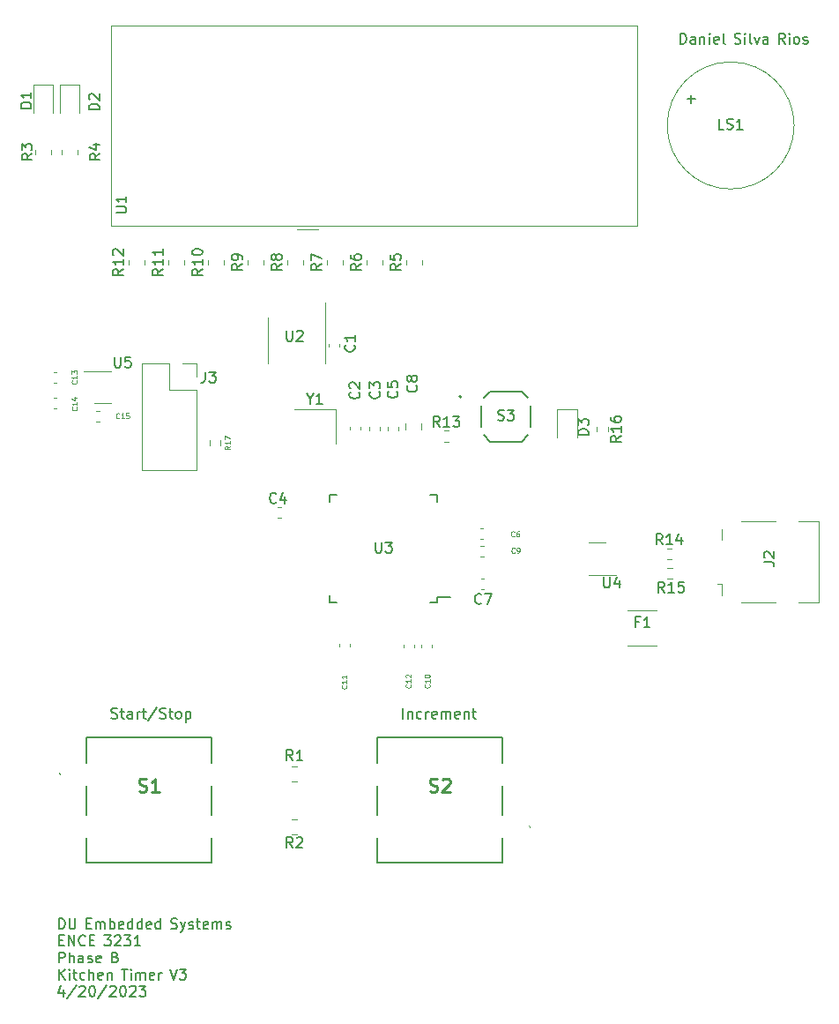
<source format=gbr>
%TF.GenerationSoftware,KiCad,Pcbnew,(7.0.0)*%
%TF.CreationDate,2023-04-20T13:01:05-06:00*%
%TF.ProjectId,Phase_B_ATMEGA_v3,50686173-655f-4425-9f41-544d4547415f,rev?*%
%TF.SameCoordinates,Original*%
%TF.FileFunction,Legend,Top*%
%TF.FilePolarity,Positive*%
%FSLAX46Y46*%
G04 Gerber Fmt 4.6, Leading zero omitted, Abs format (unit mm)*
G04 Created by KiCad (PCBNEW (7.0.0)) date 2023-04-20 13:01:05*
%MOMM*%
%LPD*%
G01*
G04 APERTURE LIST*
%ADD10C,0.150000*%
%ADD11C,0.125000*%
%ADD12C,0.254000*%
%ADD13C,0.120000*%
%ADD14C,0.127000*%
%ADD15C,0.200000*%
%ADD16C,0.100000*%
G04 APERTURE END LIST*
D10*
X111998095Y-143162380D02*
X111998095Y-142162380D01*
X111998095Y-142162380D02*
X112236190Y-142162380D01*
X112236190Y-142162380D02*
X112379047Y-142210000D01*
X112379047Y-142210000D02*
X112474285Y-142305238D01*
X112474285Y-142305238D02*
X112521904Y-142400476D01*
X112521904Y-142400476D02*
X112569523Y-142590952D01*
X112569523Y-142590952D02*
X112569523Y-142733809D01*
X112569523Y-142733809D02*
X112521904Y-142924285D01*
X112521904Y-142924285D02*
X112474285Y-143019523D01*
X112474285Y-143019523D02*
X112379047Y-143114761D01*
X112379047Y-143114761D02*
X112236190Y-143162380D01*
X112236190Y-143162380D02*
X111998095Y-143162380D01*
X112998095Y-142162380D02*
X112998095Y-142971904D01*
X112998095Y-142971904D02*
X113045714Y-143067142D01*
X113045714Y-143067142D02*
X113093333Y-143114761D01*
X113093333Y-143114761D02*
X113188571Y-143162380D01*
X113188571Y-143162380D02*
X113379047Y-143162380D01*
X113379047Y-143162380D02*
X113474285Y-143114761D01*
X113474285Y-143114761D02*
X113521904Y-143067142D01*
X113521904Y-143067142D02*
X113569523Y-142971904D01*
X113569523Y-142971904D02*
X113569523Y-142162380D01*
X114645714Y-142638571D02*
X114979047Y-142638571D01*
X115121904Y-143162380D02*
X114645714Y-143162380D01*
X114645714Y-143162380D02*
X114645714Y-142162380D01*
X114645714Y-142162380D02*
X115121904Y-142162380D01*
X115550476Y-143162380D02*
X115550476Y-142495714D01*
X115550476Y-142590952D02*
X115598095Y-142543333D01*
X115598095Y-142543333D02*
X115693333Y-142495714D01*
X115693333Y-142495714D02*
X115836190Y-142495714D01*
X115836190Y-142495714D02*
X115931428Y-142543333D01*
X115931428Y-142543333D02*
X115979047Y-142638571D01*
X115979047Y-142638571D02*
X115979047Y-143162380D01*
X115979047Y-142638571D02*
X116026666Y-142543333D01*
X116026666Y-142543333D02*
X116121904Y-142495714D01*
X116121904Y-142495714D02*
X116264761Y-142495714D01*
X116264761Y-142495714D02*
X116360000Y-142543333D01*
X116360000Y-142543333D02*
X116407619Y-142638571D01*
X116407619Y-142638571D02*
X116407619Y-143162380D01*
X116883809Y-143162380D02*
X116883809Y-142162380D01*
X116883809Y-142543333D02*
X116979047Y-142495714D01*
X116979047Y-142495714D02*
X117169523Y-142495714D01*
X117169523Y-142495714D02*
X117264761Y-142543333D01*
X117264761Y-142543333D02*
X117312380Y-142590952D01*
X117312380Y-142590952D02*
X117359999Y-142686190D01*
X117359999Y-142686190D02*
X117359999Y-142971904D01*
X117359999Y-142971904D02*
X117312380Y-143067142D01*
X117312380Y-143067142D02*
X117264761Y-143114761D01*
X117264761Y-143114761D02*
X117169523Y-143162380D01*
X117169523Y-143162380D02*
X116979047Y-143162380D01*
X116979047Y-143162380D02*
X116883809Y-143114761D01*
X118169523Y-143114761D02*
X118074285Y-143162380D01*
X118074285Y-143162380D02*
X117883809Y-143162380D01*
X117883809Y-143162380D02*
X117788571Y-143114761D01*
X117788571Y-143114761D02*
X117740952Y-143019523D01*
X117740952Y-143019523D02*
X117740952Y-142638571D01*
X117740952Y-142638571D02*
X117788571Y-142543333D01*
X117788571Y-142543333D02*
X117883809Y-142495714D01*
X117883809Y-142495714D02*
X118074285Y-142495714D01*
X118074285Y-142495714D02*
X118169523Y-142543333D01*
X118169523Y-142543333D02*
X118217142Y-142638571D01*
X118217142Y-142638571D02*
X118217142Y-142733809D01*
X118217142Y-142733809D02*
X117740952Y-142829047D01*
X119074285Y-143162380D02*
X119074285Y-142162380D01*
X119074285Y-143114761D02*
X118979047Y-143162380D01*
X118979047Y-143162380D02*
X118788571Y-143162380D01*
X118788571Y-143162380D02*
X118693333Y-143114761D01*
X118693333Y-143114761D02*
X118645714Y-143067142D01*
X118645714Y-143067142D02*
X118598095Y-142971904D01*
X118598095Y-142971904D02*
X118598095Y-142686190D01*
X118598095Y-142686190D02*
X118645714Y-142590952D01*
X118645714Y-142590952D02*
X118693333Y-142543333D01*
X118693333Y-142543333D02*
X118788571Y-142495714D01*
X118788571Y-142495714D02*
X118979047Y-142495714D01*
X118979047Y-142495714D02*
X119074285Y-142543333D01*
X119979047Y-143162380D02*
X119979047Y-142162380D01*
X119979047Y-143114761D02*
X119883809Y-143162380D01*
X119883809Y-143162380D02*
X119693333Y-143162380D01*
X119693333Y-143162380D02*
X119598095Y-143114761D01*
X119598095Y-143114761D02*
X119550476Y-143067142D01*
X119550476Y-143067142D02*
X119502857Y-142971904D01*
X119502857Y-142971904D02*
X119502857Y-142686190D01*
X119502857Y-142686190D02*
X119550476Y-142590952D01*
X119550476Y-142590952D02*
X119598095Y-142543333D01*
X119598095Y-142543333D02*
X119693333Y-142495714D01*
X119693333Y-142495714D02*
X119883809Y-142495714D01*
X119883809Y-142495714D02*
X119979047Y-142543333D01*
X120836190Y-143114761D02*
X120740952Y-143162380D01*
X120740952Y-143162380D02*
X120550476Y-143162380D01*
X120550476Y-143162380D02*
X120455238Y-143114761D01*
X120455238Y-143114761D02*
X120407619Y-143019523D01*
X120407619Y-143019523D02*
X120407619Y-142638571D01*
X120407619Y-142638571D02*
X120455238Y-142543333D01*
X120455238Y-142543333D02*
X120550476Y-142495714D01*
X120550476Y-142495714D02*
X120740952Y-142495714D01*
X120740952Y-142495714D02*
X120836190Y-142543333D01*
X120836190Y-142543333D02*
X120883809Y-142638571D01*
X120883809Y-142638571D02*
X120883809Y-142733809D01*
X120883809Y-142733809D02*
X120407619Y-142829047D01*
X121740952Y-143162380D02*
X121740952Y-142162380D01*
X121740952Y-143114761D02*
X121645714Y-143162380D01*
X121645714Y-143162380D02*
X121455238Y-143162380D01*
X121455238Y-143162380D02*
X121360000Y-143114761D01*
X121360000Y-143114761D02*
X121312381Y-143067142D01*
X121312381Y-143067142D02*
X121264762Y-142971904D01*
X121264762Y-142971904D02*
X121264762Y-142686190D01*
X121264762Y-142686190D02*
X121312381Y-142590952D01*
X121312381Y-142590952D02*
X121360000Y-142543333D01*
X121360000Y-142543333D02*
X121455238Y-142495714D01*
X121455238Y-142495714D02*
X121645714Y-142495714D01*
X121645714Y-142495714D02*
X121740952Y-142543333D01*
X122769524Y-143114761D02*
X122912381Y-143162380D01*
X122912381Y-143162380D02*
X123150476Y-143162380D01*
X123150476Y-143162380D02*
X123245714Y-143114761D01*
X123245714Y-143114761D02*
X123293333Y-143067142D01*
X123293333Y-143067142D02*
X123340952Y-142971904D01*
X123340952Y-142971904D02*
X123340952Y-142876666D01*
X123340952Y-142876666D02*
X123293333Y-142781428D01*
X123293333Y-142781428D02*
X123245714Y-142733809D01*
X123245714Y-142733809D02*
X123150476Y-142686190D01*
X123150476Y-142686190D02*
X122960000Y-142638571D01*
X122960000Y-142638571D02*
X122864762Y-142590952D01*
X122864762Y-142590952D02*
X122817143Y-142543333D01*
X122817143Y-142543333D02*
X122769524Y-142448095D01*
X122769524Y-142448095D02*
X122769524Y-142352857D01*
X122769524Y-142352857D02*
X122817143Y-142257619D01*
X122817143Y-142257619D02*
X122864762Y-142210000D01*
X122864762Y-142210000D02*
X122960000Y-142162380D01*
X122960000Y-142162380D02*
X123198095Y-142162380D01*
X123198095Y-142162380D02*
X123340952Y-142210000D01*
X123674286Y-142495714D02*
X123912381Y-143162380D01*
X124150476Y-142495714D02*
X123912381Y-143162380D01*
X123912381Y-143162380D02*
X123817143Y-143400476D01*
X123817143Y-143400476D02*
X123769524Y-143448095D01*
X123769524Y-143448095D02*
X123674286Y-143495714D01*
X124483810Y-143114761D02*
X124579048Y-143162380D01*
X124579048Y-143162380D02*
X124769524Y-143162380D01*
X124769524Y-143162380D02*
X124864762Y-143114761D01*
X124864762Y-143114761D02*
X124912381Y-143019523D01*
X124912381Y-143019523D02*
X124912381Y-142971904D01*
X124912381Y-142971904D02*
X124864762Y-142876666D01*
X124864762Y-142876666D02*
X124769524Y-142829047D01*
X124769524Y-142829047D02*
X124626667Y-142829047D01*
X124626667Y-142829047D02*
X124531429Y-142781428D01*
X124531429Y-142781428D02*
X124483810Y-142686190D01*
X124483810Y-142686190D02*
X124483810Y-142638571D01*
X124483810Y-142638571D02*
X124531429Y-142543333D01*
X124531429Y-142543333D02*
X124626667Y-142495714D01*
X124626667Y-142495714D02*
X124769524Y-142495714D01*
X124769524Y-142495714D02*
X124864762Y-142543333D01*
X125198096Y-142495714D02*
X125579048Y-142495714D01*
X125340953Y-142162380D02*
X125340953Y-143019523D01*
X125340953Y-143019523D02*
X125388572Y-143114761D01*
X125388572Y-143114761D02*
X125483810Y-143162380D01*
X125483810Y-143162380D02*
X125579048Y-143162380D01*
X126293334Y-143114761D02*
X126198096Y-143162380D01*
X126198096Y-143162380D02*
X126007620Y-143162380D01*
X126007620Y-143162380D02*
X125912382Y-143114761D01*
X125912382Y-143114761D02*
X125864763Y-143019523D01*
X125864763Y-143019523D02*
X125864763Y-142638571D01*
X125864763Y-142638571D02*
X125912382Y-142543333D01*
X125912382Y-142543333D02*
X126007620Y-142495714D01*
X126007620Y-142495714D02*
X126198096Y-142495714D01*
X126198096Y-142495714D02*
X126293334Y-142543333D01*
X126293334Y-142543333D02*
X126340953Y-142638571D01*
X126340953Y-142638571D02*
X126340953Y-142733809D01*
X126340953Y-142733809D02*
X125864763Y-142829047D01*
X126769525Y-143162380D02*
X126769525Y-142495714D01*
X126769525Y-142590952D02*
X126817144Y-142543333D01*
X126817144Y-142543333D02*
X126912382Y-142495714D01*
X126912382Y-142495714D02*
X127055239Y-142495714D01*
X127055239Y-142495714D02*
X127150477Y-142543333D01*
X127150477Y-142543333D02*
X127198096Y-142638571D01*
X127198096Y-142638571D02*
X127198096Y-143162380D01*
X127198096Y-142638571D02*
X127245715Y-142543333D01*
X127245715Y-142543333D02*
X127340953Y-142495714D01*
X127340953Y-142495714D02*
X127483810Y-142495714D01*
X127483810Y-142495714D02*
X127579049Y-142543333D01*
X127579049Y-142543333D02*
X127626668Y-142638571D01*
X127626668Y-142638571D02*
X127626668Y-143162380D01*
X128055239Y-143114761D02*
X128150477Y-143162380D01*
X128150477Y-143162380D02*
X128340953Y-143162380D01*
X128340953Y-143162380D02*
X128436191Y-143114761D01*
X128436191Y-143114761D02*
X128483810Y-143019523D01*
X128483810Y-143019523D02*
X128483810Y-142971904D01*
X128483810Y-142971904D02*
X128436191Y-142876666D01*
X128436191Y-142876666D02*
X128340953Y-142829047D01*
X128340953Y-142829047D02*
X128198096Y-142829047D01*
X128198096Y-142829047D02*
X128102858Y-142781428D01*
X128102858Y-142781428D02*
X128055239Y-142686190D01*
X128055239Y-142686190D02*
X128055239Y-142638571D01*
X128055239Y-142638571D02*
X128102858Y-142543333D01*
X128102858Y-142543333D02*
X128198096Y-142495714D01*
X128198096Y-142495714D02*
X128340953Y-142495714D01*
X128340953Y-142495714D02*
X128436191Y-142543333D01*
X111998095Y-144258571D02*
X112331428Y-144258571D01*
X112474285Y-144782380D02*
X111998095Y-144782380D01*
X111998095Y-144782380D02*
X111998095Y-143782380D01*
X111998095Y-143782380D02*
X112474285Y-143782380D01*
X112902857Y-144782380D02*
X112902857Y-143782380D01*
X112902857Y-143782380D02*
X113474285Y-144782380D01*
X113474285Y-144782380D02*
X113474285Y-143782380D01*
X114521904Y-144687142D02*
X114474285Y-144734761D01*
X114474285Y-144734761D02*
X114331428Y-144782380D01*
X114331428Y-144782380D02*
X114236190Y-144782380D01*
X114236190Y-144782380D02*
X114093333Y-144734761D01*
X114093333Y-144734761D02*
X113998095Y-144639523D01*
X113998095Y-144639523D02*
X113950476Y-144544285D01*
X113950476Y-144544285D02*
X113902857Y-144353809D01*
X113902857Y-144353809D02*
X113902857Y-144210952D01*
X113902857Y-144210952D02*
X113950476Y-144020476D01*
X113950476Y-144020476D02*
X113998095Y-143925238D01*
X113998095Y-143925238D02*
X114093333Y-143830000D01*
X114093333Y-143830000D02*
X114236190Y-143782380D01*
X114236190Y-143782380D02*
X114331428Y-143782380D01*
X114331428Y-143782380D02*
X114474285Y-143830000D01*
X114474285Y-143830000D02*
X114521904Y-143877619D01*
X114950476Y-144258571D02*
X115283809Y-144258571D01*
X115426666Y-144782380D02*
X114950476Y-144782380D01*
X114950476Y-144782380D02*
X114950476Y-143782380D01*
X114950476Y-143782380D02*
X115426666Y-143782380D01*
X116360000Y-143782380D02*
X116979047Y-143782380D01*
X116979047Y-143782380D02*
X116645714Y-144163333D01*
X116645714Y-144163333D02*
X116788571Y-144163333D01*
X116788571Y-144163333D02*
X116883809Y-144210952D01*
X116883809Y-144210952D02*
X116931428Y-144258571D01*
X116931428Y-144258571D02*
X116979047Y-144353809D01*
X116979047Y-144353809D02*
X116979047Y-144591904D01*
X116979047Y-144591904D02*
X116931428Y-144687142D01*
X116931428Y-144687142D02*
X116883809Y-144734761D01*
X116883809Y-144734761D02*
X116788571Y-144782380D01*
X116788571Y-144782380D02*
X116502857Y-144782380D01*
X116502857Y-144782380D02*
X116407619Y-144734761D01*
X116407619Y-144734761D02*
X116360000Y-144687142D01*
X117360000Y-143877619D02*
X117407619Y-143830000D01*
X117407619Y-143830000D02*
X117502857Y-143782380D01*
X117502857Y-143782380D02*
X117740952Y-143782380D01*
X117740952Y-143782380D02*
X117836190Y-143830000D01*
X117836190Y-143830000D02*
X117883809Y-143877619D01*
X117883809Y-143877619D02*
X117931428Y-143972857D01*
X117931428Y-143972857D02*
X117931428Y-144068095D01*
X117931428Y-144068095D02*
X117883809Y-144210952D01*
X117883809Y-144210952D02*
X117312381Y-144782380D01*
X117312381Y-144782380D02*
X117931428Y-144782380D01*
X118264762Y-143782380D02*
X118883809Y-143782380D01*
X118883809Y-143782380D02*
X118550476Y-144163333D01*
X118550476Y-144163333D02*
X118693333Y-144163333D01*
X118693333Y-144163333D02*
X118788571Y-144210952D01*
X118788571Y-144210952D02*
X118836190Y-144258571D01*
X118836190Y-144258571D02*
X118883809Y-144353809D01*
X118883809Y-144353809D02*
X118883809Y-144591904D01*
X118883809Y-144591904D02*
X118836190Y-144687142D01*
X118836190Y-144687142D02*
X118788571Y-144734761D01*
X118788571Y-144734761D02*
X118693333Y-144782380D01*
X118693333Y-144782380D02*
X118407619Y-144782380D01*
X118407619Y-144782380D02*
X118312381Y-144734761D01*
X118312381Y-144734761D02*
X118264762Y-144687142D01*
X119836190Y-144782380D02*
X119264762Y-144782380D01*
X119550476Y-144782380D02*
X119550476Y-143782380D01*
X119550476Y-143782380D02*
X119455238Y-143925238D01*
X119455238Y-143925238D02*
X119360000Y-144020476D01*
X119360000Y-144020476D02*
X119264762Y-144068095D01*
X111998095Y-146402380D02*
X111998095Y-145402380D01*
X111998095Y-145402380D02*
X112379047Y-145402380D01*
X112379047Y-145402380D02*
X112474285Y-145450000D01*
X112474285Y-145450000D02*
X112521904Y-145497619D01*
X112521904Y-145497619D02*
X112569523Y-145592857D01*
X112569523Y-145592857D02*
X112569523Y-145735714D01*
X112569523Y-145735714D02*
X112521904Y-145830952D01*
X112521904Y-145830952D02*
X112474285Y-145878571D01*
X112474285Y-145878571D02*
X112379047Y-145926190D01*
X112379047Y-145926190D02*
X111998095Y-145926190D01*
X112998095Y-146402380D02*
X112998095Y-145402380D01*
X113426666Y-146402380D02*
X113426666Y-145878571D01*
X113426666Y-145878571D02*
X113379047Y-145783333D01*
X113379047Y-145783333D02*
X113283809Y-145735714D01*
X113283809Y-145735714D02*
X113140952Y-145735714D01*
X113140952Y-145735714D02*
X113045714Y-145783333D01*
X113045714Y-145783333D02*
X112998095Y-145830952D01*
X114331428Y-146402380D02*
X114331428Y-145878571D01*
X114331428Y-145878571D02*
X114283809Y-145783333D01*
X114283809Y-145783333D02*
X114188571Y-145735714D01*
X114188571Y-145735714D02*
X113998095Y-145735714D01*
X113998095Y-145735714D02*
X113902857Y-145783333D01*
X114331428Y-146354761D02*
X114236190Y-146402380D01*
X114236190Y-146402380D02*
X113998095Y-146402380D01*
X113998095Y-146402380D02*
X113902857Y-146354761D01*
X113902857Y-146354761D02*
X113855238Y-146259523D01*
X113855238Y-146259523D02*
X113855238Y-146164285D01*
X113855238Y-146164285D02*
X113902857Y-146069047D01*
X113902857Y-146069047D02*
X113998095Y-146021428D01*
X113998095Y-146021428D02*
X114236190Y-146021428D01*
X114236190Y-146021428D02*
X114331428Y-145973809D01*
X114760000Y-146354761D02*
X114855238Y-146402380D01*
X114855238Y-146402380D02*
X115045714Y-146402380D01*
X115045714Y-146402380D02*
X115140952Y-146354761D01*
X115140952Y-146354761D02*
X115188571Y-146259523D01*
X115188571Y-146259523D02*
X115188571Y-146211904D01*
X115188571Y-146211904D02*
X115140952Y-146116666D01*
X115140952Y-146116666D02*
X115045714Y-146069047D01*
X115045714Y-146069047D02*
X114902857Y-146069047D01*
X114902857Y-146069047D02*
X114807619Y-146021428D01*
X114807619Y-146021428D02*
X114760000Y-145926190D01*
X114760000Y-145926190D02*
X114760000Y-145878571D01*
X114760000Y-145878571D02*
X114807619Y-145783333D01*
X114807619Y-145783333D02*
X114902857Y-145735714D01*
X114902857Y-145735714D02*
X115045714Y-145735714D01*
X115045714Y-145735714D02*
X115140952Y-145783333D01*
X115998095Y-146354761D02*
X115902857Y-146402380D01*
X115902857Y-146402380D02*
X115712381Y-146402380D01*
X115712381Y-146402380D02*
X115617143Y-146354761D01*
X115617143Y-146354761D02*
X115569524Y-146259523D01*
X115569524Y-146259523D02*
X115569524Y-145878571D01*
X115569524Y-145878571D02*
X115617143Y-145783333D01*
X115617143Y-145783333D02*
X115712381Y-145735714D01*
X115712381Y-145735714D02*
X115902857Y-145735714D01*
X115902857Y-145735714D02*
X115998095Y-145783333D01*
X115998095Y-145783333D02*
X116045714Y-145878571D01*
X116045714Y-145878571D02*
X116045714Y-145973809D01*
X116045714Y-145973809D02*
X115569524Y-146069047D01*
X117407619Y-145878571D02*
X117550476Y-145926190D01*
X117550476Y-145926190D02*
X117598095Y-145973809D01*
X117598095Y-145973809D02*
X117645714Y-146069047D01*
X117645714Y-146069047D02*
X117645714Y-146211904D01*
X117645714Y-146211904D02*
X117598095Y-146307142D01*
X117598095Y-146307142D02*
X117550476Y-146354761D01*
X117550476Y-146354761D02*
X117455238Y-146402380D01*
X117455238Y-146402380D02*
X117074286Y-146402380D01*
X117074286Y-146402380D02*
X117074286Y-145402380D01*
X117074286Y-145402380D02*
X117407619Y-145402380D01*
X117407619Y-145402380D02*
X117502857Y-145450000D01*
X117502857Y-145450000D02*
X117550476Y-145497619D01*
X117550476Y-145497619D02*
X117598095Y-145592857D01*
X117598095Y-145592857D02*
X117598095Y-145688095D01*
X117598095Y-145688095D02*
X117550476Y-145783333D01*
X117550476Y-145783333D02*
X117502857Y-145830952D01*
X117502857Y-145830952D02*
X117407619Y-145878571D01*
X117407619Y-145878571D02*
X117074286Y-145878571D01*
X111998095Y-148022380D02*
X111998095Y-147022380D01*
X112569523Y-148022380D02*
X112140952Y-147450952D01*
X112569523Y-147022380D02*
X111998095Y-147593809D01*
X112998095Y-148022380D02*
X112998095Y-147355714D01*
X112998095Y-147022380D02*
X112950476Y-147070000D01*
X112950476Y-147070000D02*
X112998095Y-147117619D01*
X112998095Y-147117619D02*
X113045714Y-147070000D01*
X113045714Y-147070000D02*
X112998095Y-147022380D01*
X112998095Y-147022380D02*
X112998095Y-147117619D01*
X113331428Y-147355714D02*
X113712380Y-147355714D01*
X113474285Y-147022380D02*
X113474285Y-147879523D01*
X113474285Y-147879523D02*
X113521904Y-147974761D01*
X113521904Y-147974761D02*
X113617142Y-148022380D01*
X113617142Y-148022380D02*
X113712380Y-148022380D01*
X114474285Y-147974761D02*
X114379047Y-148022380D01*
X114379047Y-148022380D02*
X114188571Y-148022380D01*
X114188571Y-148022380D02*
X114093333Y-147974761D01*
X114093333Y-147974761D02*
X114045714Y-147927142D01*
X114045714Y-147927142D02*
X113998095Y-147831904D01*
X113998095Y-147831904D02*
X113998095Y-147546190D01*
X113998095Y-147546190D02*
X114045714Y-147450952D01*
X114045714Y-147450952D02*
X114093333Y-147403333D01*
X114093333Y-147403333D02*
X114188571Y-147355714D01*
X114188571Y-147355714D02*
X114379047Y-147355714D01*
X114379047Y-147355714D02*
X114474285Y-147403333D01*
X114902857Y-148022380D02*
X114902857Y-147022380D01*
X115331428Y-148022380D02*
X115331428Y-147498571D01*
X115331428Y-147498571D02*
X115283809Y-147403333D01*
X115283809Y-147403333D02*
X115188571Y-147355714D01*
X115188571Y-147355714D02*
X115045714Y-147355714D01*
X115045714Y-147355714D02*
X114950476Y-147403333D01*
X114950476Y-147403333D02*
X114902857Y-147450952D01*
X116188571Y-147974761D02*
X116093333Y-148022380D01*
X116093333Y-148022380D02*
X115902857Y-148022380D01*
X115902857Y-148022380D02*
X115807619Y-147974761D01*
X115807619Y-147974761D02*
X115760000Y-147879523D01*
X115760000Y-147879523D02*
X115760000Y-147498571D01*
X115760000Y-147498571D02*
X115807619Y-147403333D01*
X115807619Y-147403333D02*
X115902857Y-147355714D01*
X115902857Y-147355714D02*
X116093333Y-147355714D01*
X116093333Y-147355714D02*
X116188571Y-147403333D01*
X116188571Y-147403333D02*
X116236190Y-147498571D01*
X116236190Y-147498571D02*
X116236190Y-147593809D01*
X116236190Y-147593809D02*
X115760000Y-147689047D01*
X116664762Y-147355714D02*
X116664762Y-148022380D01*
X116664762Y-147450952D02*
X116712381Y-147403333D01*
X116712381Y-147403333D02*
X116807619Y-147355714D01*
X116807619Y-147355714D02*
X116950476Y-147355714D01*
X116950476Y-147355714D02*
X117045714Y-147403333D01*
X117045714Y-147403333D02*
X117093333Y-147498571D01*
X117093333Y-147498571D02*
X117093333Y-148022380D01*
X118026667Y-147022380D02*
X118598095Y-147022380D01*
X118312381Y-148022380D02*
X118312381Y-147022380D01*
X118931429Y-148022380D02*
X118931429Y-147355714D01*
X118931429Y-147022380D02*
X118883810Y-147070000D01*
X118883810Y-147070000D02*
X118931429Y-147117619D01*
X118931429Y-147117619D02*
X118979048Y-147070000D01*
X118979048Y-147070000D02*
X118931429Y-147022380D01*
X118931429Y-147022380D02*
X118931429Y-147117619D01*
X119407619Y-148022380D02*
X119407619Y-147355714D01*
X119407619Y-147450952D02*
X119455238Y-147403333D01*
X119455238Y-147403333D02*
X119550476Y-147355714D01*
X119550476Y-147355714D02*
X119693333Y-147355714D01*
X119693333Y-147355714D02*
X119788571Y-147403333D01*
X119788571Y-147403333D02*
X119836190Y-147498571D01*
X119836190Y-147498571D02*
X119836190Y-148022380D01*
X119836190Y-147498571D02*
X119883809Y-147403333D01*
X119883809Y-147403333D02*
X119979047Y-147355714D01*
X119979047Y-147355714D02*
X120121904Y-147355714D01*
X120121904Y-147355714D02*
X120217143Y-147403333D01*
X120217143Y-147403333D02*
X120264762Y-147498571D01*
X120264762Y-147498571D02*
X120264762Y-148022380D01*
X121121904Y-147974761D02*
X121026666Y-148022380D01*
X121026666Y-148022380D02*
X120836190Y-148022380D01*
X120836190Y-148022380D02*
X120740952Y-147974761D01*
X120740952Y-147974761D02*
X120693333Y-147879523D01*
X120693333Y-147879523D02*
X120693333Y-147498571D01*
X120693333Y-147498571D02*
X120740952Y-147403333D01*
X120740952Y-147403333D02*
X120836190Y-147355714D01*
X120836190Y-147355714D02*
X121026666Y-147355714D01*
X121026666Y-147355714D02*
X121121904Y-147403333D01*
X121121904Y-147403333D02*
X121169523Y-147498571D01*
X121169523Y-147498571D02*
X121169523Y-147593809D01*
X121169523Y-147593809D02*
X120693333Y-147689047D01*
X121598095Y-148022380D02*
X121598095Y-147355714D01*
X121598095Y-147546190D02*
X121645714Y-147450952D01*
X121645714Y-147450952D02*
X121693333Y-147403333D01*
X121693333Y-147403333D02*
X121788571Y-147355714D01*
X121788571Y-147355714D02*
X121883809Y-147355714D01*
X122674286Y-147022380D02*
X123007619Y-148022380D01*
X123007619Y-148022380D02*
X123340952Y-147022380D01*
X123579048Y-147022380D02*
X124198095Y-147022380D01*
X124198095Y-147022380D02*
X123864762Y-147403333D01*
X123864762Y-147403333D02*
X124007619Y-147403333D01*
X124007619Y-147403333D02*
X124102857Y-147450952D01*
X124102857Y-147450952D02*
X124150476Y-147498571D01*
X124150476Y-147498571D02*
X124198095Y-147593809D01*
X124198095Y-147593809D02*
X124198095Y-147831904D01*
X124198095Y-147831904D02*
X124150476Y-147927142D01*
X124150476Y-147927142D02*
X124102857Y-147974761D01*
X124102857Y-147974761D02*
X124007619Y-148022380D01*
X124007619Y-148022380D02*
X123721905Y-148022380D01*
X123721905Y-148022380D02*
X123626667Y-147974761D01*
X123626667Y-147974761D02*
X123579048Y-147927142D01*
X112426666Y-148975714D02*
X112426666Y-149642380D01*
X112188571Y-148594761D02*
X111950476Y-149309047D01*
X111950476Y-149309047D02*
X112569523Y-149309047D01*
X113664761Y-148594761D02*
X112807619Y-149880476D01*
X113950476Y-148737619D02*
X113998095Y-148690000D01*
X113998095Y-148690000D02*
X114093333Y-148642380D01*
X114093333Y-148642380D02*
X114331428Y-148642380D01*
X114331428Y-148642380D02*
X114426666Y-148690000D01*
X114426666Y-148690000D02*
X114474285Y-148737619D01*
X114474285Y-148737619D02*
X114521904Y-148832857D01*
X114521904Y-148832857D02*
X114521904Y-148928095D01*
X114521904Y-148928095D02*
X114474285Y-149070952D01*
X114474285Y-149070952D02*
X113902857Y-149642380D01*
X113902857Y-149642380D02*
X114521904Y-149642380D01*
X115140952Y-148642380D02*
X115236190Y-148642380D01*
X115236190Y-148642380D02*
X115331428Y-148690000D01*
X115331428Y-148690000D02*
X115379047Y-148737619D01*
X115379047Y-148737619D02*
X115426666Y-148832857D01*
X115426666Y-148832857D02*
X115474285Y-149023333D01*
X115474285Y-149023333D02*
X115474285Y-149261428D01*
X115474285Y-149261428D02*
X115426666Y-149451904D01*
X115426666Y-149451904D02*
X115379047Y-149547142D01*
X115379047Y-149547142D02*
X115331428Y-149594761D01*
X115331428Y-149594761D02*
X115236190Y-149642380D01*
X115236190Y-149642380D02*
X115140952Y-149642380D01*
X115140952Y-149642380D02*
X115045714Y-149594761D01*
X115045714Y-149594761D02*
X114998095Y-149547142D01*
X114998095Y-149547142D02*
X114950476Y-149451904D01*
X114950476Y-149451904D02*
X114902857Y-149261428D01*
X114902857Y-149261428D02*
X114902857Y-149023333D01*
X114902857Y-149023333D02*
X114950476Y-148832857D01*
X114950476Y-148832857D02*
X114998095Y-148737619D01*
X114998095Y-148737619D02*
X115045714Y-148690000D01*
X115045714Y-148690000D02*
X115140952Y-148642380D01*
X116617142Y-148594761D02*
X115760000Y-149880476D01*
X116902857Y-148737619D02*
X116950476Y-148690000D01*
X116950476Y-148690000D02*
X117045714Y-148642380D01*
X117045714Y-148642380D02*
X117283809Y-148642380D01*
X117283809Y-148642380D02*
X117379047Y-148690000D01*
X117379047Y-148690000D02*
X117426666Y-148737619D01*
X117426666Y-148737619D02*
X117474285Y-148832857D01*
X117474285Y-148832857D02*
X117474285Y-148928095D01*
X117474285Y-148928095D02*
X117426666Y-149070952D01*
X117426666Y-149070952D02*
X116855238Y-149642380D01*
X116855238Y-149642380D02*
X117474285Y-149642380D01*
X118093333Y-148642380D02*
X118188571Y-148642380D01*
X118188571Y-148642380D02*
X118283809Y-148690000D01*
X118283809Y-148690000D02*
X118331428Y-148737619D01*
X118331428Y-148737619D02*
X118379047Y-148832857D01*
X118379047Y-148832857D02*
X118426666Y-149023333D01*
X118426666Y-149023333D02*
X118426666Y-149261428D01*
X118426666Y-149261428D02*
X118379047Y-149451904D01*
X118379047Y-149451904D02*
X118331428Y-149547142D01*
X118331428Y-149547142D02*
X118283809Y-149594761D01*
X118283809Y-149594761D02*
X118188571Y-149642380D01*
X118188571Y-149642380D02*
X118093333Y-149642380D01*
X118093333Y-149642380D02*
X117998095Y-149594761D01*
X117998095Y-149594761D02*
X117950476Y-149547142D01*
X117950476Y-149547142D02*
X117902857Y-149451904D01*
X117902857Y-149451904D02*
X117855238Y-149261428D01*
X117855238Y-149261428D02*
X117855238Y-149023333D01*
X117855238Y-149023333D02*
X117902857Y-148832857D01*
X117902857Y-148832857D02*
X117950476Y-148737619D01*
X117950476Y-148737619D02*
X117998095Y-148690000D01*
X117998095Y-148690000D02*
X118093333Y-148642380D01*
X118807619Y-148737619D02*
X118855238Y-148690000D01*
X118855238Y-148690000D02*
X118950476Y-148642380D01*
X118950476Y-148642380D02*
X119188571Y-148642380D01*
X119188571Y-148642380D02*
X119283809Y-148690000D01*
X119283809Y-148690000D02*
X119331428Y-148737619D01*
X119331428Y-148737619D02*
X119379047Y-148832857D01*
X119379047Y-148832857D02*
X119379047Y-148928095D01*
X119379047Y-148928095D02*
X119331428Y-149070952D01*
X119331428Y-149070952D02*
X118760000Y-149642380D01*
X118760000Y-149642380D02*
X119379047Y-149642380D01*
X119712381Y-148642380D02*
X120331428Y-148642380D01*
X120331428Y-148642380D02*
X119998095Y-149023333D01*
X119998095Y-149023333D02*
X120140952Y-149023333D01*
X120140952Y-149023333D02*
X120236190Y-149070952D01*
X120236190Y-149070952D02*
X120283809Y-149118571D01*
X120283809Y-149118571D02*
X120331428Y-149213809D01*
X120331428Y-149213809D02*
X120331428Y-149451904D01*
X120331428Y-149451904D02*
X120283809Y-149547142D01*
X120283809Y-149547142D02*
X120236190Y-149594761D01*
X120236190Y-149594761D02*
X120140952Y-149642380D01*
X120140952Y-149642380D02*
X119855238Y-149642380D01*
X119855238Y-149642380D02*
X119760000Y-149594761D01*
X119760000Y-149594761D02*
X119712381Y-149547142D01*
X145018095Y-122972380D02*
X145018095Y-121972380D01*
X145494285Y-122305714D02*
X145494285Y-122972380D01*
X145494285Y-122400952D02*
X145541904Y-122353333D01*
X145541904Y-122353333D02*
X145637142Y-122305714D01*
X145637142Y-122305714D02*
X145779999Y-122305714D01*
X145779999Y-122305714D02*
X145875237Y-122353333D01*
X145875237Y-122353333D02*
X145922856Y-122448571D01*
X145922856Y-122448571D02*
X145922856Y-122972380D01*
X146827618Y-122924761D02*
X146732380Y-122972380D01*
X146732380Y-122972380D02*
X146541904Y-122972380D01*
X146541904Y-122972380D02*
X146446666Y-122924761D01*
X146446666Y-122924761D02*
X146399047Y-122877142D01*
X146399047Y-122877142D02*
X146351428Y-122781904D01*
X146351428Y-122781904D02*
X146351428Y-122496190D01*
X146351428Y-122496190D02*
X146399047Y-122400952D01*
X146399047Y-122400952D02*
X146446666Y-122353333D01*
X146446666Y-122353333D02*
X146541904Y-122305714D01*
X146541904Y-122305714D02*
X146732380Y-122305714D01*
X146732380Y-122305714D02*
X146827618Y-122353333D01*
X147256190Y-122972380D02*
X147256190Y-122305714D01*
X147256190Y-122496190D02*
X147303809Y-122400952D01*
X147303809Y-122400952D02*
X147351428Y-122353333D01*
X147351428Y-122353333D02*
X147446666Y-122305714D01*
X147446666Y-122305714D02*
X147541904Y-122305714D01*
X148256190Y-122924761D02*
X148160952Y-122972380D01*
X148160952Y-122972380D02*
X147970476Y-122972380D01*
X147970476Y-122972380D02*
X147875238Y-122924761D01*
X147875238Y-122924761D02*
X147827619Y-122829523D01*
X147827619Y-122829523D02*
X147827619Y-122448571D01*
X147827619Y-122448571D02*
X147875238Y-122353333D01*
X147875238Y-122353333D02*
X147970476Y-122305714D01*
X147970476Y-122305714D02*
X148160952Y-122305714D01*
X148160952Y-122305714D02*
X148256190Y-122353333D01*
X148256190Y-122353333D02*
X148303809Y-122448571D01*
X148303809Y-122448571D02*
X148303809Y-122543809D01*
X148303809Y-122543809D02*
X147827619Y-122639047D01*
X148732381Y-122972380D02*
X148732381Y-122305714D01*
X148732381Y-122400952D02*
X148780000Y-122353333D01*
X148780000Y-122353333D02*
X148875238Y-122305714D01*
X148875238Y-122305714D02*
X149018095Y-122305714D01*
X149018095Y-122305714D02*
X149113333Y-122353333D01*
X149113333Y-122353333D02*
X149160952Y-122448571D01*
X149160952Y-122448571D02*
X149160952Y-122972380D01*
X149160952Y-122448571D02*
X149208571Y-122353333D01*
X149208571Y-122353333D02*
X149303809Y-122305714D01*
X149303809Y-122305714D02*
X149446666Y-122305714D01*
X149446666Y-122305714D02*
X149541905Y-122353333D01*
X149541905Y-122353333D02*
X149589524Y-122448571D01*
X149589524Y-122448571D02*
X149589524Y-122972380D01*
X150446666Y-122924761D02*
X150351428Y-122972380D01*
X150351428Y-122972380D02*
X150160952Y-122972380D01*
X150160952Y-122972380D02*
X150065714Y-122924761D01*
X150065714Y-122924761D02*
X150018095Y-122829523D01*
X150018095Y-122829523D02*
X150018095Y-122448571D01*
X150018095Y-122448571D02*
X150065714Y-122353333D01*
X150065714Y-122353333D02*
X150160952Y-122305714D01*
X150160952Y-122305714D02*
X150351428Y-122305714D01*
X150351428Y-122305714D02*
X150446666Y-122353333D01*
X150446666Y-122353333D02*
X150494285Y-122448571D01*
X150494285Y-122448571D02*
X150494285Y-122543809D01*
X150494285Y-122543809D02*
X150018095Y-122639047D01*
X150922857Y-122305714D02*
X150922857Y-122972380D01*
X150922857Y-122400952D02*
X150970476Y-122353333D01*
X150970476Y-122353333D02*
X151065714Y-122305714D01*
X151065714Y-122305714D02*
X151208571Y-122305714D01*
X151208571Y-122305714D02*
X151303809Y-122353333D01*
X151303809Y-122353333D02*
X151351428Y-122448571D01*
X151351428Y-122448571D02*
X151351428Y-122972380D01*
X151684762Y-122305714D02*
X152065714Y-122305714D01*
X151827619Y-121972380D02*
X151827619Y-122829523D01*
X151827619Y-122829523D02*
X151875238Y-122924761D01*
X151875238Y-122924761D02*
X151970476Y-122972380D01*
X151970476Y-122972380D02*
X152065714Y-122972380D01*
X117030476Y-122924761D02*
X117173333Y-122972380D01*
X117173333Y-122972380D02*
X117411428Y-122972380D01*
X117411428Y-122972380D02*
X117506666Y-122924761D01*
X117506666Y-122924761D02*
X117554285Y-122877142D01*
X117554285Y-122877142D02*
X117601904Y-122781904D01*
X117601904Y-122781904D02*
X117601904Y-122686666D01*
X117601904Y-122686666D02*
X117554285Y-122591428D01*
X117554285Y-122591428D02*
X117506666Y-122543809D01*
X117506666Y-122543809D02*
X117411428Y-122496190D01*
X117411428Y-122496190D02*
X117220952Y-122448571D01*
X117220952Y-122448571D02*
X117125714Y-122400952D01*
X117125714Y-122400952D02*
X117078095Y-122353333D01*
X117078095Y-122353333D02*
X117030476Y-122258095D01*
X117030476Y-122258095D02*
X117030476Y-122162857D01*
X117030476Y-122162857D02*
X117078095Y-122067619D01*
X117078095Y-122067619D02*
X117125714Y-122020000D01*
X117125714Y-122020000D02*
X117220952Y-121972380D01*
X117220952Y-121972380D02*
X117459047Y-121972380D01*
X117459047Y-121972380D02*
X117601904Y-122020000D01*
X117887619Y-122305714D02*
X118268571Y-122305714D01*
X118030476Y-121972380D02*
X118030476Y-122829523D01*
X118030476Y-122829523D02*
X118078095Y-122924761D01*
X118078095Y-122924761D02*
X118173333Y-122972380D01*
X118173333Y-122972380D02*
X118268571Y-122972380D01*
X119030476Y-122972380D02*
X119030476Y-122448571D01*
X119030476Y-122448571D02*
X118982857Y-122353333D01*
X118982857Y-122353333D02*
X118887619Y-122305714D01*
X118887619Y-122305714D02*
X118697143Y-122305714D01*
X118697143Y-122305714D02*
X118601905Y-122353333D01*
X119030476Y-122924761D02*
X118935238Y-122972380D01*
X118935238Y-122972380D02*
X118697143Y-122972380D01*
X118697143Y-122972380D02*
X118601905Y-122924761D01*
X118601905Y-122924761D02*
X118554286Y-122829523D01*
X118554286Y-122829523D02*
X118554286Y-122734285D01*
X118554286Y-122734285D02*
X118601905Y-122639047D01*
X118601905Y-122639047D02*
X118697143Y-122591428D01*
X118697143Y-122591428D02*
X118935238Y-122591428D01*
X118935238Y-122591428D02*
X119030476Y-122543809D01*
X119506667Y-122972380D02*
X119506667Y-122305714D01*
X119506667Y-122496190D02*
X119554286Y-122400952D01*
X119554286Y-122400952D02*
X119601905Y-122353333D01*
X119601905Y-122353333D02*
X119697143Y-122305714D01*
X119697143Y-122305714D02*
X119792381Y-122305714D01*
X119982858Y-122305714D02*
X120363810Y-122305714D01*
X120125715Y-121972380D02*
X120125715Y-122829523D01*
X120125715Y-122829523D02*
X120173334Y-122924761D01*
X120173334Y-122924761D02*
X120268572Y-122972380D01*
X120268572Y-122972380D02*
X120363810Y-122972380D01*
X121411429Y-121924761D02*
X120554287Y-123210476D01*
X121697144Y-122924761D02*
X121840001Y-122972380D01*
X121840001Y-122972380D02*
X122078096Y-122972380D01*
X122078096Y-122972380D02*
X122173334Y-122924761D01*
X122173334Y-122924761D02*
X122220953Y-122877142D01*
X122220953Y-122877142D02*
X122268572Y-122781904D01*
X122268572Y-122781904D02*
X122268572Y-122686666D01*
X122268572Y-122686666D02*
X122220953Y-122591428D01*
X122220953Y-122591428D02*
X122173334Y-122543809D01*
X122173334Y-122543809D02*
X122078096Y-122496190D01*
X122078096Y-122496190D02*
X121887620Y-122448571D01*
X121887620Y-122448571D02*
X121792382Y-122400952D01*
X121792382Y-122400952D02*
X121744763Y-122353333D01*
X121744763Y-122353333D02*
X121697144Y-122258095D01*
X121697144Y-122258095D02*
X121697144Y-122162857D01*
X121697144Y-122162857D02*
X121744763Y-122067619D01*
X121744763Y-122067619D02*
X121792382Y-122020000D01*
X121792382Y-122020000D02*
X121887620Y-121972380D01*
X121887620Y-121972380D02*
X122125715Y-121972380D01*
X122125715Y-121972380D02*
X122268572Y-122020000D01*
X122554287Y-122305714D02*
X122935239Y-122305714D01*
X122697144Y-121972380D02*
X122697144Y-122829523D01*
X122697144Y-122829523D02*
X122744763Y-122924761D01*
X122744763Y-122924761D02*
X122840001Y-122972380D01*
X122840001Y-122972380D02*
X122935239Y-122972380D01*
X123411430Y-122972380D02*
X123316192Y-122924761D01*
X123316192Y-122924761D02*
X123268573Y-122877142D01*
X123268573Y-122877142D02*
X123220954Y-122781904D01*
X123220954Y-122781904D02*
X123220954Y-122496190D01*
X123220954Y-122496190D02*
X123268573Y-122400952D01*
X123268573Y-122400952D02*
X123316192Y-122353333D01*
X123316192Y-122353333D02*
X123411430Y-122305714D01*
X123411430Y-122305714D02*
X123554287Y-122305714D01*
X123554287Y-122305714D02*
X123649525Y-122353333D01*
X123649525Y-122353333D02*
X123697144Y-122400952D01*
X123697144Y-122400952D02*
X123744763Y-122496190D01*
X123744763Y-122496190D02*
X123744763Y-122781904D01*
X123744763Y-122781904D02*
X123697144Y-122877142D01*
X123697144Y-122877142D02*
X123649525Y-122924761D01*
X123649525Y-122924761D02*
X123554287Y-122972380D01*
X123554287Y-122972380D02*
X123411430Y-122972380D01*
X124173335Y-122305714D02*
X124173335Y-123305714D01*
X124173335Y-122353333D02*
X124268573Y-122305714D01*
X124268573Y-122305714D02*
X124459049Y-122305714D01*
X124459049Y-122305714D02*
X124554287Y-122353333D01*
X124554287Y-122353333D02*
X124601906Y-122400952D01*
X124601906Y-122400952D02*
X124649525Y-122496190D01*
X124649525Y-122496190D02*
X124649525Y-122781904D01*
X124649525Y-122781904D02*
X124601906Y-122877142D01*
X124601906Y-122877142D02*
X124554287Y-122924761D01*
X124554287Y-122924761D02*
X124459049Y-122972380D01*
X124459049Y-122972380D02*
X124268573Y-122972380D01*
X124268573Y-122972380D02*
X124173335Y-122924761D01*
X171688095Y-58202380D02*
X171688095Y-57202380D01*
X171688095Y-57202380D02*
X171926190Y-57202380D01*
X171926190Y-57202380D02*
X172069047Y-57250000D01*
X172069047Y-57250000D02*
X172164285Y-57345238D01*
X172164285Y-57345238D02*
X172211904Y-57440476D01*
X172211904Y-57440476D02*
X172259523Y-57630952D01*
X172259523Y-57630952D02*
X172259523Y-57773809D01*
X172259523Y-57773809D02*
X172211904Y-57964285D01*
X172211904Y-57964285D02*
X172164285Y-58059523D01*
X172164285Y-58059523D02*
X172069047Y-58154761D01*
X172069047Y-58154761D02*
X171926190Y-58202380D01*
X171926190Y-58202380D02*
X171688095Y-58202380D01*
X173116666Y-58202380D02*
X173116666Y-57678571D01*
X173116666Y-57678571D02*
X173069047Y-57583333D01*
X173069047Y-57583333D02*
X172973809Y-57535714D01*
X172973809Y-57535714D02*
X172783333Y-57535714D01*
X172783333Y-57535714D02*
X172688095Y-57583333D01*
X173116666Y-58154761D02*
X173021428Y-58202380D01*
X173021428Y-58202380D02*
X172783333Y-58202380D01*
X172783333Y-58202380D02*
X172688095Y-58154761D01*
X172688095Y-58154761D02*
X172640476Y-58059523D01*
X172640476Y-58059523D02*
X172640476Y-57964285D01*
X172640476Y-57964285D02*
X172688095Y-57869047D01*
X172688095Y-57869047D02*
X172783333Y-57821428D01*
X172783333Y-57821428D02*
X173021428Y-57821428D01*
X173021428Y-57821428D02*
X173116666Y-57773809D01*
X173592857Y-57535714D02*
X173592857Y-58202380D01*
X173592857Y-57630952D02*
X173640476Y-57583333D01*
X173640476Y-57583333D02*
X173735714Y-57535714D01*
X173735714Y-57535714D02*
X173878571Y-57535714D01*
X173878571Y-57535714D02*
X173973809Y-57583333D01*
X173973809Y-57583333D02*
X174021428Y-57678571D01*
X174021428Y-57678571D02*
X174021428Y-58202380D01*
X174497619Y-58202380D02*
X174497619Y-57535714D01*
X174497619Y-57202380D02*
X174450000Y-57250000D01*
X174450000Y-57250000D02*
X174497619Y-57297619D01*
X174497619Y-57297619D02*
X174545238Y-57250000D01*
X174545238Y-57250000D02*
X174497619Y-57202380D01*
X174497619Y-57202380D02*
X174497619Y-57297619D01*
X175354761Y-58154761D02*
X175259523Y-58202380D01*
X175259523Y-58202380D02*
X175069047Y-58202380D01*
X175069047Y-58202380D02*
X174973809Y-58154761D01*
X174973809Y-58154761D02*
X174926190Y-58059523D01*
X174926190Y-58059523D02*
X174926190Y-57678571D01*
X174926190Y-57678571D02*
X174973809Y-57583333D01*
X174973809Y-57583333D02*
X175069047Y-57535714D01*
X175069047Y-57535714D02*
X175259523Y-57535714D01*
X175259523Y-57535714D02*
X175354761Y-57583333D01*
X175354761Y-57583333D02*
X175402380Y-57678571D01*
X175402380Y-57678571D02*
X175402380Y-57773809D01*
X175402380Y-57773809D02*
X174926190Y-57869047D01*
X175973809Y-58202380D02*
X175878571Y-58154761D01*
X175878571Y-58154761D02*
X175830952Y-58059523D01*
X175830952Y-58059523D02*
X175830952Y-57202380D01*
X176907143Y-58154761D02*
X177050000Y-58202380D01*
X177050000Y-58202380D02*
X177288095Y-58202380D01*
X177288095Y-58202380D02*
X177383333Y-58154761D01*
X177383333Y-58154761D02*
X177430952Y-58107142D01*
X177430952Y-58107142D02*
X177478571Y-58011904D01*
X177478571Y-58011904D02*
X177478571Y-57916666D01*
X177478571Y-57916666D02*
X177430952Y-57821428D01*
X177430952Y-57821428D02*
X177383333Y-57773809D01*
X177383333Y-57773809D02*
X177288095Y-57726190D01*
X177288095Y-57726190D02*
X177097619Y-57678571D01*
X177097619Y-57678571D02*
X177002381Y-57630952D01*
X177002381Y-57630952D02*
X176954762Y-57583333D01*
X176954762Y-57583333D02*
X176907143Y-57488095D01*
X176907143Y-57488095D02*
X176907143Y-57392857D01*
X176907143Y-57392857D02*
X176954762Y-57297619D01*
X176954762Y-57297619D02*
X177002381Y-57250000D01*
X177002381Y-57250000D02*
X177097619Y-57202380D01*
X177097619Y-57202380D02*
X177335714Y-57202380D01*
X177335714Y-57202380D02*
X177478571Y-57250000D01*
X177907143Y-58202380D02*
X177907143Y-57535714D01*
X177907143Y-57202380D02*
X177859524Y-57250000D01*
X177859524Y-57250000D02*
X177907143Y-57297619D01*
X177907143Y-57297619D02*
X177954762Y-57250000D01*
X177954762Y-57250000D02*
X177907143Y-57202380D01*
X177907143Y-57202380D02*
X177907143Y-57297619D01*
X178526190Y-58202380D02*
X178430952Y-58154761D01*
X178430952Y-58154761D02*
X178383333Y-58059523D01*
X178383333Y-58059523D02*
X178383333Y-57202380D01*
X178811905Y-57535714D02*
X179050000Y-58202380D01*
X179050000Y-58202380D02*
X179288095Y-57535714D01*
X180097619Y-58202380D02*
X180097619Y-57678571D01*
X180097619Y-57678571D02*
X180050000Y-57583333D01*
X180050000Y-57583333D02*
X179954762Y-57535714D01*
X179954762Y-57535714D02*
X179764286Y-57535714D01*
X179764286Y-57535714D02*
X179669048Y-57583333D01*
X180097619Y-58154761D02*
X180002381Y-58202380D01*
X180002381Y-58202380D02*
X179764286Y-58202380D01*
X179764286Y-58202380D02*
X179669048Y-58154761D01*
X179669048Y-58154761D02*
X179621429Y-58059523D01*
X179621429Y-58059523D02*
X179621429Y-57964285D01*
X179621429Y-57964285D02*
X179669048Y-57869047D01*
X179669048Y-57869047D02*
X179764286Y-57821428D01*
X179764286Y-57821428D02*
X180002381Y-57821428D01*
X180002381Y-57821428D02*
X180097619Y-57773809D01*
X181745238Y-58202380D02*
X181411905Y-57726190D01*
X181173810Y-58202380D02*
X181173810Y-57202380D01*
X181173810Y-57202380D02*
X181554762Y-57202380D01*
X181554762Y-57202380D02*
X181650000Y-57250000D01*
X181650000Y-57250000D02*
X181697619Y-57297619D01*
X181697619Y-57297619D02*
X181745238Y-57392857D01*
X181745238Y-57392857D02*
X181745238Y-57535714D01*
X181745238Y-57535714D02*
X181697619Y-57630952D01*
X181697619Y-57630952D02*
X181650000Y-57678571D01*
X181650000Y-57678571D02*
X181554762Y-57726190D01*
X181554762Y-57726190D02*
X181173810Y-57726190D01*
X182173810Y-58202380D02*
X182173810Y-57535714D01*
X182173810Y-57202380D02*
X182126191Y-57250000D01*
X182126191Y-57250000D02*
X182173810Y-57297619D01*
X182173810Y-57297619D02*
X182221429Y-57250000D01*
X182221429Y-57250000D02*
X182173810Y-57202380D01*
X182173810Y-57202380D02*
X182173810Y-57297619D01*
X182792857Y-58202380D02*
X182697619Y-58154761D01*
X182697619Y-58154761D02*
X182650000Y-58107142D01*
X182650000Y-58107142D02*
X182602381Y-58011904D01*
X182602381Y-58011904D02*
X182602381Y-57726190D01*
X182602381Y-57726190D02*
X182650000Y-57630952D01*
X182650000Y-57630952D02*
X182697619Y-57583333D01*
X182697619Y-57583333D02*
X182792857Y-57535714D01*
X182792857Y-57535714D02*
X182935714Y-57535714D01*
X182935714Y-57535714D02*
X183030952Y-57583333D01*
X183030952Y-57583333D02*
X183078571Y-57630952D01*
X183078571Y-57630952D02*
X183126190Y-57726190D01*
X183126190Y-57726190D02*
X183126190Y-58011904D01*
X183126190Y-58011904D02*
X183078571Y-58107142D01*
X183078571Y-58107142D02*
X183030952Y-58154761D01*
X183030952Y-58154761D02*
X182935714Y-58202380D01*
X182935714Y-58202380D02*
X182792857Y-58202380D01*
X183507143Y-58154761D02*
X183602381Y-58202380D01*
X183602381Y-58202380D02*
X183792857Y-58202380D01*
X183792857Y-58202380D02*
X183888095Y-58154761D01*
X183888095Y-58154761D02*
X183935714Y-58059523D01*
X183935714Y-58059523D02*
X183935714Y-58011904D01*
X183935714Y-58011904D02*
X183888095Y-57916666D01*
X183888095Y-57916666D02*
X183792857Y-57869047D01*
X183792857Y-57869047D02*
X183650000Y-57869047D01*
X183650000Y-57869047D02*
X183554762Y-57821428D01*
X183554762Y-57821428D02*
X183507143Y-57726190D01*
X183507143Y-57726190D02*
X183507143Y-57678571D01*
X183507143Y-57678571D02*
X183554762Y-57583333D01*
X183554762Y-57583333D02*
X183650000Y-57535714D01*
X183650000Y-57535714D02*
X183792857Y-57535714D01*
X183792857Y-57535714D02*
X183888095Y-57583333D01*
%TO.C,R5*%
X144831547Y-79342484D02*
X144355357Y-79675817D01*
X144831547Y-79913912D02*
X143831547Y-79913912D01*
X143831547Y-79913912D02*
X143831547Y-79532960D01*
X143831547Y-79532960D02*
X143879167Y-79437722D01*
X143879167Y-79437722D02*
X143926786Y-79390103D01*
X143926786Y-79390103D02*
X144022024Y-79342484D01*
X144022024Y-79342484D02*
X144164881Y-79342484D01*
X144164881Y-79342484D02*
X144260119Y-79390103D01*
X144260119Y-79390103D02*
X144307738Y-79437722D01*
X144307738Y-79437722D02*
X144355357Y-79532960D01*
X144355357Y-79532960D02*
X144355357Y-79913912D01*
X143831547Y-78437722D02*
X143831547Y-78913912D01*
X143831547Y-78913912D02*
X144307738Y-78961531D01*
X144307738Y-78961531D02*
X144260119Y-78913912D01*
X144260119Y-78913912D02*
X144212500Y-78818674D01*
X144212500Y-78818674D02*
X144212500Y-78580579D01*
X144212500Y-78580579D02*
X144260119Y-78485341D01*
X144260119Y-78485341D02*
X144307738Y-78437722D01*
X144307738Y-78437722D02*
X144402976Y-78390103D01*
X144402976Y-78390103D02*
X144641071Y-78390103D01*
X144641071Y-78390103D02*
X144736309Y-78437722D01*
X144736309Y-78437722D02*
X144783928Y-78485341D01*
X144783928Y-78485341D02*
X144831547Y-78580579D01*
X144831547Y-78580579D02*
X144831547Y-78818674D01*
X144831547Y-78818674D02*
X144783928Y-78913912D01*
X144783928Y-78913912D02*
X144736309Y-78961531D01*
D11*
%TO.C,R17*%
X128456012Y-96809575D02*
X128217917Y-96976241D01*
X128456012Y-97095289D02*
X127956012Y-97095289D01*
X127956012Y-97095289D02*
X127956012Y-96904813D01*
X127956012Y-96904813D02*
X127979822Y-96857194D01*
X127979822Y-96857194D02*
X128003631Y-96833384D01*
X128003631Y-96833384D02*
X128051250Y-96809575D01*
X128051250Y-96809575D02*
X128122679Y-96809575D01*
X128122679Y-96809575D02*
X128170298Y-96833384D01*
X128170298Y-96833384D02*
X128194107Y-96857194D01*
X128194107Y-96857194D02*
X128217917Y-96904813D01*
X128217917Y-96904813D02*
X128217917Y-97095289D01*
X128456012Y-96333384D02*
X128456012Y-96619098D01*
X128456012Y-96476241D02*
X127956012Y-96476241D01*
X127956012Y-96476241D02*
X128027441Y-96523860D01*
X128027441Y-96523860D02*
X128075060Y-96571479D01*
X128075060Y-96571479D02*
X128098869Y-96619098D01*
X127956012Y-96166718D02*
X127956012Y-95833385D01*
X127956012Y-95833385D02*
X128456012Y-96047670D01*
D10*
%TO.C,R8*%
X133401547Y-79342484D02*
X132925357Y-79675817D01*
X133401547Y-79913912D02*
X132401547Y-79913912D01*
X132401547Y-79913912D02*
X132401547Y-79532960D01*
X132401547Y-79532960D02*
X132449167Y-79437722D01*
X132449167Y-79437722D02*
X132496786Y-79390103D01*
X132496786Y-79390103D02*
X132592024Y-79342484D01*
X132592024Y-79342484D02*
X132734881Y-79342484D01*
X132734881Y-79342484D02*
X132830119Y-79390103D01*
X132830119Y-79390103D02*
X132877738Y-79437722D01*
X132877738Y-79437722D02*
X132925357Y-79532960D01*
X132925357Y-79532960D02*
X132925357Y-79913912D01*
X132830119Y-78771055D02*
X132782500Y-78866293D01*
X132782500Y-78866293D02*
X132734881Y-78913912D01*
X132734881Y-78913912D02*
X132639643Y-78961531D01*
X132639643Y-78961531D02*
X132592024Y-78961531D01*
X132592024Y-78961531D02*
X132496786Y-78913912D01*
X132496786Y-78913912D02*
X132449167Y-78866293D01*
X132449167Y-78866293D02*
X132401547Y-78771055D01*
X132401547Y-78771055D02*
X132401547Y-78580579D01*
X132401547Y-78580579D02*
X132449167Y-78485341D01*
X132449167Y-78485341D02*
X132496786Y-78437722D01*
X132496786Y-78437722D02*
X132592024Y-78390103D01*
X132592024Y-78390103D02*
X132639643Y-78390103D01*
X132639643Y-78390103D02*
X132734881Y-78437722D01*
X132734881Y-78437722D02*
X132782500Y-78485341D01*
X132782500Y-78485341D02*
X132830119Y-78580579D01*
X132830119Y-78580579D02*
X132830119Y-78771055D01*
X132830119Y-78771055D02*
X132877738Y-78866293D01*
X132877738Y-78866293D02*
X132925357Y-78913912D01*
X132925357Y-78913912D02*
X133020595Y-78961531D01*
X133020595Y-78961531D02*
X133211071Y-78961531D01*
X133211071Y-78961531D02*
X133306309Y-78913912D01*
X133306309Y-78913912D02*
X133353928Y-78866293D01*
X133353928Y-78866293D02*
X133401547Y-78771055D01*
X133401547Y-78771055D02*
X133401547Y-78580579D01*
X133401547Y-78580579D02*
X133353928Y-78485341D01*
X133353928Y-78485341D02*
X133306309Y-78437722D01*
X133306309Y-78437722D02*
X133211071Y-78390103D01*
X133211071Y-78390103D02*
X133020595Y-78390103D01*
X133020595Y-78390103D02*
X132925357Y-78437722D01*
X132925357Y-78437722D02*
X132877738Y-78485341D01*
X132877738Y-78485341D02*
X132830119Y-78580579D01*
D11*
%TO.C,C13*%
X113677927Y-90528302D02*
X113701736Y-90552111D01*
X113701736Y-90552111D02*
X113725546Y-90623540D01*
X113725546Y-90623540D02*
X113725546Y-90671159D01*
X113725546Y-90671159D02*
X113701736Y-90742587D01*
X113701736Y-90742587D02*
X113654117Y-90790206D01*
X113654117Y-90790206D02*
X113606498Y-90814016D01*
X113606498Y-90814016D02*
X113511260Y-90837825D01*
X113511260Y-90837825D02*
X113439832Y-90837825D01*
X113439832Y-90837825D02*
X113344594Y-90814016D01*
X113344594Y-90814016D02*
X113296975Y-90790206D01*
X113296975Y-90790206D02*
X113249356Y-90742587D01*
X113249356Y-90742587D02*
X113225546Y-90671159D01*
X113225546Y-90671159D02*
X113225546Y-90623540D01*
X113225546Y-90623540D02*
X113249356Y-90552111D01*
X113249356Y-90552111D02*
X113273165Y-90528302D01*
X113725546Y-90052111D02*
X113725546Y-90337825D01*
X113725546Y-90194968D02*
X113225546Y-90194968D01*
X113225546Y-90194968D02*
X113296975Y-90242587D01*
X113296975Y-90242587D02*
X113344594Y-90290206D01*
X113344594Y-90290206D02*
X113368403Y-90337825D01*
X113225546Y-89885445D02*
X113225546Y-89575921D01*
X113225546Y-89575921D02*
X113416022Y-89742588D01*
X113416022Y-89742588D02*
X113416022Y-89671159D01*
X113416022Y-89671159D02*
X113439832Y-89623540D01*
X113439832Y-89623540D02*
X113463641Y-89599731D01*
X113463641Y-89599731D02*
X113511260Y-89575921D01*
X113511260Y-89575921D02*
X113630308Y-89575921D01*
X113630308Y-89575921D02*
X113677927Y-89599731D01*
X113677927Y-89599731D02*
X113701736Y-89623540D01*
X113701736Y-89623540D02*
X113725546Y-89671159D01*
X113725546Y-89671159D02*
X113725546Y-89814016D01*
X113725546Y-89814016D02*
X113701736Y-89861635D01*
X113701736Y-89861635D02*
X113677927Y-89885445D01*
D10*
%TO.C,D3*%
X162862380Y-95740594D02*
X161862380Y-95740594D01*
X161862380Y-95740594D02*
X161862380Y-95502499D01*
X161862380Y-95502499D02*
X161910000Y-95359642D01*
X161910000Y-95359642D02*
X162005238Y-95264404D01*
X162005238Y-95264404D02*
X162100476Y-95216785D01*
X162100476Y-95216785D02*
X162290952Y-95169166D01*
X162290952Y-95169166D02*
X162433809Y-95169166D01*
X162433809Y-95169166D02*
X162624285Y-95216785D01*
X162624285Y-95216785D02*
X162719523Y-95264404D01*
X162719523Y-95264404D02*
X162814761Y-95359642D01*
X162814761Y-95359642D02*
X162862380Y-95502499D01*
X162862380Y-95502499D02*
X162862380Y-95740594D01*
X161862380Y-94835832D02*
X161862380Y-94216785D01*
X161862380Y-94216785D02*
X162243333Y-94550118D01*
X162243333Y-94550118D02*
X162243333Y-94407261D01*
X162243333Y-94407261D02*
X162290952Y-94312023D01*
X162290952Y-94312023D02*
X162338571Y-94264404D01*
X162338571Y-94264404D02*
X162433809Y-94216785D01*
X162433809Y-94216785D02*
X162671904Y-94216785D01*
X162671904Y-94216785D02*
X162767142Y-94264404D01*
X162767142Y-94264404D02*
X162814761Y-94312023D01*
X162814761Y-94312023D02*
X162862380Y-94407261D01*
X162862380Y-94407261D02*
X162862380Y-94692975D01*
X162862380Y-94692975D02*
X162814761Y-94788213D01*
X162814761Y-94788213D02*
X162767142Y-94835832D01*
%TO.C,J2*%
X179707380Y-107943333D02*
X180421666Y-107943333D01*
X180421666Y-107943333D02*
X180564523Y-107990952D01*
X180564523Y-107990952D02*
X180659761Y-108086190D01*
X180659761Y-108086190D02*
X180707380Y-108229047D01*
X180707380Y-108229047D02*
X180707380Y-108324285D01*
X179802619Y-107514761D02*
X179755000Y-107467142D01*
X179755000Y-107467142D02*
X179707380Y-107371904D01*
X179707380Y-107371904D02*
X179707380Y-107133809D01*
X179707380Y-107133809D02*
X179755000Y-107038571D01*
X179755000Y-107038571D02*
X179802619Y-106990952D01*
X179802619Y-106990952D02*
X179897857Y-106943333D01*
X179897857Y-106943333D02*
X179993095Y-106943333D01*
X179993095Y-106943333D02*
X180135952Y-106990952D01*
X180135952Y-106990952D02*
X180707380Y-107562380D01*
X180707380Y-107562380D02*
X180707380Y-106943333D01*
%TO.C,R7*%
X137211547Y-79342484D02*
X136735357Y-79675817D01*
X137211547Y-79913912D02*
X136211547Y-79913912D01*
X136211547Y-79913912D02*
X136211547Y-79532960D01*
X136211547Y-79532960D02*
X136259167Y-79437722D01*
X136259167Y-79437722D02*
X136306786Y-79390103D01*
X136306786Y-79390103D02*
X136402024Y-79342484D01*
X136402024Y-79342484D02*
X136544881Y-79342484D01*
X136544881Y-79342484D02*
X136640119Y-79390103D01*
X136640119Y-79390103D02*
X136687738Y-79437722D01*
X136687738Y-79437722D02*
X136735357Y-79532960D01*
X136735357Y-79532960D02*
X136735357Y-79913912D01*
X136211547Y-79009150D02*
X136211547Y-78342484D01*
X136211547Y-78342484D02*
X137211547Y-78771055D01*
%TO.C,C5*%
X144463588Y-91552926D02*
X144511207Y-91600545D01*
X144511207Y-91600545D02*
X144558826Y-91743402D01*
X144558826Y-91743402D02*
X144558826Y-91838640D01*
X144558826Y-91838640D02*
X144511207Y-91981497D01*
X144511207Y-91981497D02*
X144415969Y-92076735D01*
X144415969Y-92076735D02*
X144320731Y-92124354D01*
X144320731Y-92124354D02*
X144130255Y-92171973D01*
X144130255Y-92171973D02*
X143987398Y-92171973D01*
X143987398Y-92171973D02*
X143796922Y-92124354D01*
X143796922Y-92124354D02*
X143701684Y-92076735D01*
X143701684Y-92076735D02*
X143606446Y-91981497D01*
X143606446Y-91981497D02*
X143558826Y-91838640D01*
X143558826Y-91838640D02*
X143558826Y-91743402D01*
X143558826Y-91743402D02*
X143606446Y-91600545D01*
X143606446Y-91600545D02*
X143654065Y-91552926D01*
X143558826Y-90648164D02*
X143558826Y-91124354D01*
X143558826Y-91124354D02*
X144035017Y-91171973D01*
X144035017Y-91171973D02*
X143987398Y-91124354D01*
X143987398Y-91124354D02*
X143939779Y-91029116D01*
X143939779Y-91029116D02*
X143939779Y-90791021D01*
X143939779Y-90791021D02*
X143987398Y-90695783D01*
X143987398Y-90695783D02*
X144035017Y-90648164D01*
X144035017Y-90648164D02*
X144130255Y-90600545D01*
X144130255Y-90600545D02*
X144368350Y-90600545D01*
X144368350Y-90600545D02*
X144463588Y-90648164D01*
X144463588Y-90648164D02*
X144511207Y-90695783D01*
X144511207Y-90695783D02*
X144558826Y-90791021D01*
X144558826Y-90791021D02*
X144558826Y-91029116D01*
X144558826Y-91029116D02*
X144511207Y-91124354D01*
X144511207Y-91124354D02*
X144463588Y-91171973D01*
%TO.C,D2*%
X115863647Y-64521520D02*
X114863647Y-64521520D01*
X114863647Y-64521520D02*
X114863647Y-64283425D01*
X114863647Y-64283425D02*
X114911267Y-64140568D01*
X114911267Y-64140568D02*
X115006505Y-64045330D01*
X115006505Y-64045330D02*
X115101743Y-63997711D01*
X115101743Y-63997711D02*
X115292219Y-63950092D01*
X115292219Y-63950092D02*
X115435076Y-63950092D01*
X115435076Y-63950092D02*
X115625552Y-63997711D01*
X115625552Y-63997711D02*
X115720790Y-64045330D01*
X115720790Y-64045330D02*
X115816028Y-64140568D01*
X115816028Y-64140568D02*
X115863647Y-64283425D01*
X115863647Y-64283425D02*
X115863647Y-64521520D01*
X114958886Y-63569139D02*
X114911267Y-63521520D01*
X114911267Y-63521520D02*
X114863647Y-63426282D01*
X114863647Y-63426282D02*
X114863647Y-63188187D01*
X114863647Y-63188187D02*
X114911267Y-63092949D01*
X114911267Y-63092949D02*
X114958886Y-63045330D01*
X114958886Y-63045330D02*
X115054124Y-62997711D01*
X115054124Y-62997711D02*
X115149362Y-62997711D01*
X115149362Y-62997711D02*
X115292219Y-63045330D01*
X115292219Y-63045330D02*
X115863647Y-63616758D01*
X115863647Y-63616758D02*
X115863647Y-62997711D01*
%TO.C,R3*%
X109422206Y-68746666D02*
X108946016Y-69079999D01*
X109422206Y-69318094D02*
X108422206Y-69318094D01*
X108422206Y-69318094D02*
X108422206Y-68937142D01*
X108422206Y-68937142D02*
X108469826Y-68841904D01*
X108469826Y-68841904D02*
X108517445Y-68794285D01*
X108517445Y-68794285D02*
X108612683Y-68746666D01*
X108612683Y-68746666D02*
X108755540Y-68746666D01*
X108755540Y-68746666D02*
X108850778Y-68794285D01*
X108850778Y-68794285D02*
X108898397Y-68841904D01*
X108898397Y-68841904D02*
X108946016Y-68937142D01*
X108946016Y-68937142D02*
X108946016Y-69318094D01*
X108422206Y-68413332D02*
X108422206Y-67794285D01*
X108422206Y-67794285D02*
X108803159Y-68127618D01*
X108803159Y-68127618D02*
X108803159Y-67984761D01*
X108803159Y-67984761D02*
X108850778Y-67889523D01*
X108850778Y-67889523D02*
X108898397Y-67841904D01*
X108898397Y-67841904D02*
X108993635Y-67794285D01*
X108993635Y-67794285D02*
X109231730Y-67794285D01*
X109231730Y-67794285D02*
X109326968Y-67841904D01*
X109326968Y-67841904D02*
X109374587Y-67889523D01*
X109374587Y-67889523D02*
X109422206Y-67984761D01*
X109422206Y-67984761D02*
X109422206Y-68270475D01*
X109422206Y-68270475D02*
X109374587Y-68365713D01*
X109374587Y-68365713D02*
X109326968Y-68413332D01*
%TO.C,R6*%
X141021547Y-79342484D02*
X140545357Y-79675817D01*
X141021547Y-79913912D02*
X140021547Y-79913912D01*
X140021547Y-79913912D02*
X140021547Y-79532960D01*
X140021547Y-79532960D02*
X140069167Y-79437722D01*
X140069167Y-79437722D02*
X140116786Y-79390103D01*
X140116786Y-79390103D02*
X140212024Y-79342484D01*
X140212024Y-79342484D02*
X140354881Y-79342484D01*
X140354881Y-79342484D02*
X140450119Y-79390103D01*
X140450119Y-79390103D02*
X140497738Y-79437722D01*
X140497738Y-79437722D02*
X140545357Y-79532960D01*
X140545357Y-79532960D02*
X140545357Y-79913912D01*
X140021547Y-78485341D02*
X140021547Y-78675817D01*
X140021547Y-78675817D02*
X140069167Y-78771055D01*
X140069167Y-78771055D02*
X140116786Y-78818674D01*
X140116786Y-78818674D02*
X140259643Y-78913912D01*
X140259643Y-78913912D02*
X140450119Y-78961531D01*
X140450119Y-78961531D02*
X140831071Y-78961531D01*
X140831071Y-78961531D02*
X140926309Y-78913912D01*
X140926309Y-78913912D02*
X140973928Y-78866293D01*
X140973928Y-78866293D02*
X141021547Y-78771055D01*
X141021547Y-78771055D02*
X141021547Y-78580579D01*
X141021547Y-78580579D02*
X140973928Y-78485341D01*
X140973928Y-78485341D02*
X140926309Y-78437722D01*
X140926309Y-78437722D02*
X140831071Y-78390103D01*
X140831071Y-78390103D02*
X140592976Y-78390103D01*
X140592976Y-78390103D02*
X140497738Y-78437722D01*
X140497738Y-78437722D02*
X140450119Y-78485341D01*
X140450119Y-78485341D02*
X140402500Y-78580579D01*
X140402500Y-78580579D02*
X140402500Y-78771055D01*
X140402500Y-78771055D02*
X140450119Y-78866293D01*
X140450119Y-78866293D02*
X140497738Y-78913912D01*
X140497738Y-78913912D02*
X140592976Y-78961531D01*
%TO.C,R13*%
X148568277Y-94968003D02*
X148234944Y-94491813D01*
X147996849Y-94968003D02*
X147996849Y-93968003D01*
X147996849Y-93968003D02*
X148377801Y-93968003D01*
X148377801Y-93968003D02*
X148473039Y-94015623D01*
X148473039Y-94015623D02*
X148520658Y-94063242D01*
X148520658Y-94063242D02*
X148568277Y-94158480D01*
X148568277Y-94158480D02*
X148568277Y-94301337D01*
X148568277Y-94301337D02*
X148520658Y-94396575D01*
X148520658Y-94396575D02*
X148473039Y-94444194D01*
X148473039Y-94444194D02*
X148377801Y-94491813D01*
X148377801Y-94491813D02*
X147996849Y-94491813D01*
X149520658Y-94968003D02*
X148949230Y-94968003D01*
X149234944Y-94968003D02*
X149234944Y-93968003D01*
X149234944Y-93968003D02*
X149139706Y-94110861D01*
X149139706Y-94110861D02*
X149044468Y-94206099D01*
X149044468Y-94206099D02*
X148949230Y-94253718D01*
X149853992Y-93968003D02*
X150473039Y-93968003D01*
X150473039Y-93968003D02*
X150139706Y-94348956D01*
X150139706Y-94348956D02*
X150282563Y-94348956D01*
X150282563Y-94348956D02*
X150377801Y-94396575D01*
X150377801Y-94396575D02*
X150425420Y-94444194D01*
X150425420Y-94444194D02*
X150473039Y-94539432D01*
X150473039Y-94539432D02*
X150473039Y-94777527D01*
X150473039Y-94777527D02*
X150425420Y-94872765D01*
X150425420Y-94872765D02*
X150377801Y-94920384D01*
X150377801Y-94920384D02*
X150282563Y-94968003D01*
X150282563Y-94968003D02*
X149996849Y-94968003D01*
X149996849Y-94968003D02*
X149901611Y-94920384D01*
X149901611Y-94920384D02*
X149853992Y-94872765D01*
%TO.C,C2*%
X140809848Y-91642167D02*
X140857467Y-91689786D01*
X140857467Y-91689786D02*
X140905086Y-91832643D01*
X140905086Y-91832643D02*
X140905086Y-91927881D01*
X140905086Y-91927881D02*
X140857467Y-92070738D01*
X140857467Y-92070738D02*
X140762229Y-92165976D01*
X140762229Y-92165976D02*
X140666991Y-92213595D01*
X140666991Y-92213595D02*
X140476515Y-92261214D01*
X140476515Y-92261214D02*
X140333658Y-92261214D01*
X140333658Y-92261214D02*
X140143182Y-92213595D01*
X140143182Y-92213595D02*
X140047944Y-92165976D01*
X140047944Y-92165976D02*
X139952706Y-92070738D01*
X139952706Y-92070738D02*
X139905086Y-91927881D01*
X139905086Y-91927881D02*
X139905086Y-91832643D01*
X139905086Y-91832643D02*
X139952706Y-91689786D01*
X139952706Y-91689786D02*
X140000325Y-91642167D01*
X140000325Y-91261214D02*
X139952706Y-91213595D01*
X139952706Y-91213595D02*
X139905086Y-91118357D01*
X139905086Y-91118357D02*
X139905086Y-90880262D01*
X139905086Y-90880262D02*
X139952706Y-90785024D01*
X139952706Y-90785024D02*
X140000325Y-90737405D01*
X140000325Y-90737405D02*
X140095563Y-90689786D01*
X140095563Y-90689786D02*
X140190801Y-90689786D01*
X140190801Y-90689786D02*
X140333658Y-90737405D01*
X140333658Y-90737405D02*
X140905086Y-91308833D01*
X140905086Y-91308833D02*
X140905086Y-90689786D01*
%TO.C,Y1*%
X136114279Y-92292660D02*
X136114279Y-92768850D01*
X135780946Y-91768850D02*
X136114279Y-92292660D01*
X136114279Y-92292660D02*
X136447612Y-91768850D01*
X137304755Y-92768850D02*
X136733327Y-92768850D01*
X137019041Y-92768850D02*
X137019041Y-91768850D01*
X137019041Y-91768850D02*
X136923803Y-91911708D01*
X136923803Y-91911708D02*
X136828565Y-92006946D01*
X136828565Y-92006946D02*
X136733327Y-92054565D01*
D11*
%TO.C,C12*%
X145761178Y-119701428D02*
X145784987Y-119725237D01*
X145784987Y-119725237D02*
X145808797Y-119796666D01*
X145808797Y-119796666D02*
X145808797Y-119844285D01*
X145808797Y-119844285D02*
X145784987Y-119915713D01*
X145784987Y-119915713D02*
X145737368Y-119963332D01*
X145737368Y-119963332D02*
X145689749Y-119987142D01*
X145689749Y-119987142D02*
X145594511Y-120010951D01*
X145594511Y-120010951D02*
X145523083Y-120010951D01*
X145523083Y-120010951D02*
X145427845Y-119987142D01*
X145427845Y-119987142D02*
X145380226Y-119963332D01*
X145380226Y-119963332D02*
X145332607Y-119915713D01*
X145332607Y-119915713D02*
X145308797Y-119844285D01*
X145308797Y-119844285D02*
X145308797Y-119796666D01*
X145308797Y-119796666D02*
X145332607Y-119725237D01*
X145332607Y-119725237D02*
X145356416Y-119701428D01*
X145808797Y-119225237D02*
X145808797Y-119510951D01*
X145808797Y-119368094D02*
X145308797Y-119368094D01*
X145308797Y-119368094D02*
X145380226Y-119415713D01*
X145380226Y-119415713D02*
X145427845Y-119463332D01*
X145427845Y-119463332D02*
X145451654Y-119510951D01*
X145356416Y-119034761D02*
X145332607Y-119010952D01*
X145332607Y-119010952D02*
X145308797Y-118963333D01*
X145308797Y-118963333D02*
X145308797Y-118844285D01*
X145308797Y-118844285D02*
X145332607Y-118796666D01*
X145332607Y-118796666D02*
X145356416Y-118772857D01*
X145356416Y-118772857D02*
X145404035Y-118749047D01*
X145404035Y-118749047D02*
X145451654Y-118749047D01*
X145451654Y-118749047D02*
X145523083Y-118772857D01*
X145523083Y-118772857D02*
X145808797Y-119058571D01*
X145808797Y-119058571D02*
X145808797Y-118749047D01*
D10*
%TO.C,R1*%
X134453333Y-126987380D02*
X134120000Y-126511190D01*
X133881905Y-126987380D02*
X133881905Y-125987380D01*
X133881905Y-125987380D02*
X134262857Y-125987380D01*
X134262857Y-125987380D02*
X134358095Y-126035000D01*
X134358095Y-126035000D02*
X134405714Y-126082619D01*
X134405714Y-126082619D02*
X134453333Y-126177857D01*
X134453333Y-126177857D02*
X134453333Y-126320714D01*
X134453333Y-126320714D02*
X134405714Y-126415952D01*
X134405714Y-126415952D02*
X134358095Y-126463571D01*
X134358095Y-126463571D02*
X134262857Y-126511190D01*
X134262857Y-126511190D02*
X133881905Y-126511190D01*
X135405714Y-126987380D02*
X134834286Y-126987380D01*
X135120000Y-126987380D02*
X135120000Y-125987380D01*
X135120000Y-125987380D02*
X135024762Y-126130238D01*
X135024762Y-126130238D02*
X134929524Y-126225476D01*
X134929524Y-126225476D02*
X134834286Y-126273095D01*
%TO.C,U2*%
X133858095Y-85727380D02*
X133858095Y-86536904D01*
X133858095Y-86536904D02*
X133905714Y-86632142D01*
X133905714Y-86632142D02*
X133953333Y-86679761D01*
X133953333Y-86679761D02*
X134048571Y-86727380D01*
X134048571Y-86727380D02*
X134239047Y-86727380D01*
X134239047Y-86727380D02*
X134334285Y-86679761D01*
X134334285Y-86679761D02*
X134381904Y-86632142D01*
X134381904Y-86632142D02*
X134429523Y-86536904D01*
X134429523Y-86536904D02*
X134429523Y-85727380D01*
X134858095Y-85822619D02*
X134905714Y-85775000D01*
X134905714Y-85775000D02*
X135000952Y-85727380D01*
X135000952Y-85727380D02*
X135239047Y-85727380D01*
X135239047Y-85727380D02*
X135334285Y-85775000D01*
X135334285Y-85775000D02*
X135381904Y-85822619D01*
X135381904Y-85822619D02*
X135429523Y-85917857D01*
X135429523Y-85917857D02*
X135429523Y-86013095D01*
X135429523Y-86013095D02*
X135381904Y-86155952D01*
X135381904Y-86155952D02*
X134810476Y-86727380D01*
X134810476Y-86727380D02*
X135429523Y-86727380D01*
D11*
%TO.C,C15*%
X117788571Y-94116071D02*
X117764762Y-94139880D01*
X117764762Y-94139880D02*
X117693333Y-94163690D01*
X117693333Y-94163690D02*
X117645714Y-94163690D01*
X117645714Y-94163690D02*
X117574286Y-94139880D01*
X117574286Y-94139880D02*
X117526667Y-94092261D01*
X117526667Y-94092261D02*
X117502857Y-94044642D01*
X117502857Y-94044642D02*
X117479048Y-93949404D01*
X117479048Y-93949404D02*
X117479048Y-93877976D01*
X117479048Y-93877976D02*
X117502857Y-93782738D01*
X117502857Y-93782738D02*
X117526667Y-93735119D01*
X117526667Y-93735119D02*
X117574286Y-93687500D01*
X117574286Y-93687500D02*
X117645714Y-93663690D01*
X117645714Y-93663690D02*
X117693333Y-93663690D01*
X117693333Y-93663690D02*
X117764762Y-93687500D01*
X117764762Y-93687500D02*
X117788571Y-93711309D01*
X118264762Y-94163690D02*
X117979048Y-94163690D01*
X118121905Y-94163690D02*
X118121905Y-93663690D01*
X118121905Y-93663690D02*
X118074286Y-93735119D01*
X118074286Y-93735119D02*
X118026667Y-93782738D01*
X118026667Y-93782738D02*
X117979048Y-93806547D01*
X118717142Y-93663690D02*
X118479047Y-93663690D01*
X118479047Y-93663690D02*
X118455238Y-93901785D01*
X118455238Y-93901785D02*
X118479047Y-93877976D01*
X118479047Y-93877976D02*
X118526666Y-93854166D01*
X118526666Y-93854166D02*
X118645714Y-93854166D01*
X118645714Y-93854166D02*
X118693333Y-93877976D01*
X118693333Y-93877976D02*
X118717142Y-93901785D01*
X118717142Y-93901785D02*
X118740952Y-93949404D01*
X118740952Y-93949404D02*
X118740952Y-94068452D01*
X118740952Y-94068452D02*
X118717142Y-94116071D01*
X118717142Y-94116071D02*
X118693333Y-94139880D01*
X118693333Y-94139880D02*
X118645714Y-94163690D01*
X118645714Y-94163690D02*
X118526666Y-94163690D01*
X118526666Y-94163690D02*
X118479047Y-94139880D01*
X118479047Y-94139880D02*
X118455238Y-94116071D01*
%TO.C,C9*%
X155776948Y-107036917D02*
X155753139Y-107060726D01*
X155753139Y-107060726D02*
X155681710Y-107084536D01*
X155681710Y-107084536D02*
X155634091Y-107084536D01*
X155634091Y-107084536D02*
X155562663Y-107060726D01*
X155562663Y-107060726D02*
X155515044Y-107013107D01*
X155515044Y-107013107D02*
X155491234Y-106965488D01*
X155491234Y-106965488D02*
X155467425Y-106870250D01*
X155467425Y-106870250D02*
X155467425Y-106798822D01*
X155467425Y-106798822D02*
X155491234Y-106703584D01*
X155491234Y-106703584D02*
X155515044Y-106655965D01*
X155515044Y-106655965D02*
X155562663Y-106608346D01*
X155562663Y-106608346D02*
X155634091Y-106584536D01*
X155634091Y-106584536D02*
X155681710Y-106584536D01*
X155681710Y-106584536D02*
X155753139Y-106608346D01*
X155753139Y-106608346D02*
X155776948Y-106632155D01*
X156015044Y-107084536D02*
X156110282Y-107084536D01*
X156110282Y-107084536D02*
X156157901Y-107060726D01*
X156157901Y-107060726D02*
X156181710Y-107036917D01*
X156181710Y-107036917D02*
X156229329Y-106965488D01*
X156229329Y-106965488D02*
X156253139Y-106870250D01*
X156253139Y-106870250D02*
X156253139Y-106679774D01*
X156253139Y-106679774D02*
X156229329Y-106632155D01*
X156229329Y-106632155D02*
X156205520Y-106608346D01*
X156205520Y-106608346D02*
X156157901Y-106584536D01*
X156157901Y-106584536D02*
X156062663Y-106584536D01*
X156062663Y-106584536D02*
X156015044Y-106608346D01*
X156015044Y-106608346D02*
X155991234Y-106632155D01*
X155991234Y-106632155D02*
X155967425Y-106679774D01*
X155967425Y-106679774D02*
X155967425Y-106798822D01*
X155967425Y-106798822D02*
X155991234Y-106846441D01*
X155991234Y-106846441D02*
X156015044Y-106870250D01*
X156015044Y-106870250D02*
X156062663Y-106894060D01*
X156062663Y-106894060D02*
X156157901Y-106894060D01*
X156157901Y-106894060D02*
X156205520Y-106870250D01*
X156205520Y-106870250D02*
X156229329Y-106846441D01*
X156229329Y-106846441D02*
X156253139Y-106798822D01*
D10*
%TO.C,D1*%
X109330185Y-64371986D02*
X108330185Y-64371986D01*
X108330185Y-64371986D02*
X108330185Y-64133891D01*
X108330185Y-64133891D02*
X108377805Y-63991034D01*
X108377805Y-63991034D02*
X108473043Y-63895796D01*
X108473043Y-63895796D02*
X108568281Y-63848177D01*
X108568281Y-63848177D02*
X108758757Y-63800558D01*
X108758757Y-63800558D02*
X108901614Y-63800558D01*
X108901614Y-63800558D02*
X109092090Y-63848177D01*
X109092090Y-63848177D02*
X109187328Y-63895796D01*
X109187328Y-63895796D02*
X109282566Y-63991034D01*
X109282566Y-63991034D02*
X109330185Y-64133891D01*
X109330185Y-64133891D02*
X109330185Y-64371986D01*
X109330185Y-62848177D02*
X109330185Y-63419605D01*
X109330185Y-63133891D02*
X108330185Y-63133891D01*
X108330185Y-63133891D02*
X108473043Y-63229129D01*
X108473043Y-63229129D02*
X108568281Y-63324367D01*
X108568281Y-63324367D02*
X108615900Y-63419605D01*
%TO.C,R16*%
X165993741Y-95845531D02*
X165517551Y-96178864D01*
X165993741Y-96416959D02*
X164993741Y-96416959D01*
X164993741Y-96416959D02*
X164993741Y-96036007D01*
X164993741Y-96036007D02*
X165041361Y-95940769D01*
X165041361Y-95940769D02*
X165088980Y-95893150D01*
X165088980Y-95893150D02*
X165184218Y-95845531D01*
X165184218Y-95845531D02*
X165327075Y-95845531D01*
X165327075Y-95845531D02*
X165422313Y-95893150D01*
X165422313Y-95893150D02*
X165469932Y-95940769D01*
X165469932Y-95940769D02*
X165517551Y-96036007D01*
X165517551Y-96036007D02*
X165517551Y-96416959D01*
X165993741Y-94893150D02*
X165993741Y-95464578D01*
X165993741Y-95178864D02*
X164993741Y-95178864D01*
X164993741Y-95178864D02*
X165136599Y-95274102D01*
X165136599Y-95274102D02*
X165231837Y-95369340D01*
X165231837Y-95369340D02*
X165279456Y-95464578D01*
X164993741Y-94036007D02*
X164993741Y-94226483D01*
X164993741Y-94226483D02*
X165041361Y-94321721D01*
X165041361Y-94321721D02*
X165088980Y-94369340D01*
X165088980Y-94369340D02*
X165231837Y-94464578D01*
X165231837Y-94464578D02*
X165422313Y-94512197D01*
X165422313Y-94512197D02*
X165803265Y-94512197D01*
X165803265Y-94512197D02*
X165898503Y-94464578D01*
X165898503Y-94464578D02*
X165946122Y-94416959D01*
X165946122Y-94416959D02*
X165993741Y-94321721D01*
X165993741Y-94321721D02*
X165993741Y-94131245D01*
X165993741Y-94131245D02*
X165946122Y-94036007D01*
X165946122Y-94036007D02*
X165898503Y-93988388D01*
X165898503Y-93988388D02*
X165803265Y-93940769D01*
X165803265Y-93940769D02*
X165565170Y-93940769D01*
X165565170Y-93940769D02*
X165469932Y-93988388D01*
X165469932Y-93988388D02*
X165422313Y-94036007D01*
X165422313Y-94036007D02*
X165374694Y-94131245D01*
X165374694Y-94131245D02*
X165374694Y-94321721D01*
X165374694Y-94321721D02*
X165422313Y-94416959D01*
X165422313Y-94416959D02*
X165469932Y-94464578D01*
X165469932Y-94464578D02*
X165565170Y-94512197D01*
%TO.C,C7*%
X152570544Y-111886660D02*
X152522925Y-111934279D01*
X152522925Y-111934279D02*
X152380068Y-111981898D01*
X152380068Y-111981898D02*
X152284830Y-111981898D01*
X152284830Y-111981898D02*
X152141973Y-111934279D01*
X152141973Y-111934279D02*
X152046735Y-111839041D01*
X152046735Y-111839041D02*
X151999116Y-111743803D01*
X151999116Y-111743803D02*
X151951497Y-111553327D01*
X151951497Y-111553327D02*
X151951497Y-111410470D01*
X151951497Y-111410470D02*
X151999116Y-111219994D01*
X151999116Y-111219994D02*
X152046735Y-111124756D01*
X152046735Y-111124756D02*
X152141973Y-111029518D01*
X152141973Y-111029518D02*
X152284830Y-110981898D01*
X152284830Y-110981898D02*
X152380068Y-110981898D01*
X152380068Y-110981898D02*
X152522925Y-111029518D01*
X152522925Y-111029518D02*
X152570544Y-111077137D01*
X152903878Y-110981898D02*
X153570544Y-110981898D01*
X153570544Y-110981898D02*
X153141973Y-111981898D01*
%TO.C,R14*%
X169982142Y-106248872D02*
X169648809Y-105772682D01*
X169410714Y-106248872D02*
X169410714Y-105248872D01*
X169410714Y-105248872D02*
X169791666Y-105248872D01*
X169791666Y-105248872D02*
X169886904Y-105296492D01*
X169886904Y-105296492D02*
X169934523Y-105344111D01*
X169934523Y-105344111D02*
X169982142Y-105439349D01*
X169982142Y-105439349D02*
X169982142Y-105582206D01*
X169982142Y-105582206D02*
X169934523Y-105677444D01*
X169934523Y-105677444D02*
X169886904Y-105725063D01*
X169886904Y-105725063D02*
X169791666Y-105772682D01*
X169791666Y-105772682D02*
X169410714Y-105772682D01*
X170934523Y-106248872D02*
X170363095Y-106248872D01*
X170648809Y-106248872D02*
X170648809Y-105248872D01*
X170648809Y-105248872D02*
X170553571Y-105391730D01*
X170553571Y-105391730D02*
X170458333Y-105486968D01*
X170458333Y-105486968D02*
X170363095Y-105534587D01*
X171791666Y-105582206D02*
X171791666Y-106248872D01*
X171553571Y-105201253D02*
X171315476Y-105915539D01*
X171315476Y-105915539D02*
X171934523Y-105915539D01*
%TO.C,U3*%
X142423095Y-106047380D02*
X142423095Y-106856904D01*
X142423095Y-106856904D02*
X142470714Y-106952142D01*
X142470714Y-106952142D02*
X142518333Y-106999761D01*
X142518333Y-106999761D02*
X142613571Y-107047380D01*
X142613571Y-107047380D02*
X142804047Y-107047380D01*
X142804047Y-107047380D02*
X142899285Y-106999761D01*
X142899285Y-106999761D02*
X142946904Y-106952142D01*
X142946904Y-106952142D02*
X142994523Y-106856904D01*
X142994523Y-106856904D02*
X142994523Y-106047380D01*
X143375476Y-106047380D02*
X143994523Y-106047380D01*
X143994523Y-106047380D02*
X143661190Y-106428333D01*
X143661190Y-106428333D02*
X143804047Y-106428333D01*
X143804047Y-106428333D02*
X143899285Y-106475952D01*
X143899285Y-106475952D02*
X143946904Y-106523571D01*
X143946904Y-106523571D02*
X143994523Y-106618809D01*
X143994523Y-106618809D02*
X143994523Y-106856904D01*
X143994523Y-106856904D02*
X143946904Y-106952142D01*
X143946904Y-106952142D02*
X143899285Y-106999761D01*
X143899285Y-106999761D02*
X143804047Y-107047380D01*
X143804047Y-107047380D02*
X143518333Y-107047380D01*
X143518333Y-107047380D02*
X143423095Y-106999761D01*
X143423095Y-106999761D02*
X143375476Y-106952142D01*
D11*
%TO.C,C14*%
X113690628Y-93070199D02*
X113714437Y-93094008D01*
X113714437Y-93094008D02*
X113738247Y-93165437D01*
X113738247Y-93165437D02*
X113738247Y-93213056D01*
X113738247Y-93213056D02*
X113714437Y-93284484D01*
X113714437Y-93284484D02*
X113666818Y-93332103D01*
X113666818Y-93332103D02*
X113619199Y-93355913D01*
X113619199Y-93355913D02*
X113523961Y-93379722D01*
X113523961Y-93379722D02*
X113452533Y-93379722D01*
X113452533Y-93379722D02*
X113357295Y-93355913D01*
X113357295Y-93355913D02*
X113309676Y-93332103D01*
X113309676Y-93332103D02*
X113262057Y-93284484D01*
X113262057Y-93284484D02*
X113238247Y-93213056D01*
X113238247Y-93213056D02*
X113238247Y-93165437D01*
X113238247Y-93165437D02*
X113262057Y-93094008D01*
X113262057Y-93094008D02*
X113285866Y-93070199D01*
X113738247Y-92594008D02*
X113738247Y-92879722D01*
X113738247Y-92736865D02*
X113238247Y-92736865D01*
X113238247Y-92736865D02*
X113309676Y-92784484D01*
X113309676Y-92784484D02*
X113357295Y-92832103D01*
X113357295Y-92832103D02*
X113381104Y-92879722D01*
X113404914Y-92165437D02*
X113738247Y-92165437D01*
X113214437Y-92284485D02*
X113571580Y-92403532D01*
X113571580Y-92403532D02*
X113571580Y-92094009D01*
D10*
%TO.C,S3*%
X154178095Y-94299761D02*
X154320952Y-94347380D01*
X154320952Y-94347380D02*
X154559047Y-94347380D01*
X154559047Y-94347380D02*
X154654285Y-94299761D01*
X154654285Y-94299761D02*
X154701904Y-94252142D01*
X154701904Y-94252142D02*
X154749523Y-94156904D01*
X154749523Y-94156904D02*
X154749523Y-94061666D01*
X154749523Y-94061666D02*
X154701904Y-93966428D01*
X154701904Y-93966428D02*
X154654285Y-93918809D01*
X154654285Y-93918809D02*
X154559047Y-93871190D01*
X154559047Y-93871190D02*
X154368571Y-93823571D01*
X154368571Y-93823571D02*
X154273333Y-93775952D01*
X154273333Y-93775952D02*
X154225714Y-93728333D01*
X154225714Y-93728333D02*
X154178095Y-93633095D01*
X154178095Y-93633095D02*
X154178095Y-93537857D01*
X154178095Y-93537857D02*
X154225714Y-93442619D01*
X154225714Y-93442619D02*
X154273333Y-93395000D01*
X154273333Y-93395000D02*
X154368571Y-93347380D01*
X154368571Y-93347380D02*
X154606666Y-93347380D01*
X154606666Y-93347380D02*
X154749523Y-93395000D01*
X155082857Y-93347380D02*
X155701904Y-93347380D01*
X155701904Y-93347380D02*
X155368571Y-93728333D01*
X155368571Y-93728333D02*
X155511428Y-93728333D01*
X155511428Y-93728333D02*
X155606666Y-93775952D01*
X155606666Y-93775952D02*
X155654285Y-93823571D01*
X155654285Y-93823571D02*
X155701904Y-93918809D01*
X155701904Y-93918809D02*
X155701904Y-94156904D01*
X155701904Y-94156904D02*
X155654285Y-94252142D01*
X155654285Y-94252142D02*
X155606666Y-94299761D01*
X155606666Y-94299761D02*
X155511428Y-94347380D01*
X155511428Y-94347380D02*
X155225714Y-94347380D01*
X155225714Y-94347380D02*
X155130476Y-94299761D01*
X155130476Y-94299761D02*
X155082857Y-94252142D01*
D12*
%TO.C,S1*%
X119682380Y-129946097D02*
X119863809Y-130006573D01*
X119863809Y-130006573D02*
X120166190Y-130006573D01*
X120166190Y-130006573D02*
X120287142Y-129946097D01*
X120287142Y-129946097D02*
X120347618Y-129885621D01*
X120347618Y-129885621D02*
X120408095Y-129764669D01*
X120408095Y-129764669D02*
X120408095Y-129643716D01*
X120408095Y-129643716D02*
X120347618Y-129522764D01*
X120347618Y-129522764D02*
X120287142Y-129462288D01*
X120287142Y-129462288D02*
X120166190Y-129401811D01*
X120166190Y-129401811D02*
X119924285Y-129341335D01*
X119924285Y-129341335D02*
X119803333Y-129280859D01*
X119803333Y-129280859D02*
X119742856Y-129220383D01*
X119742856Y-129220383D02*
X119682380Y-129099430D01*
X119682380Y-129099430D02*
X119682380Y-128978478D01*
X119682380Y-128978478D02*
X119742856Y-128857526D01*
X119742856Y-128857526D02*
X119803333Y-128797050D01*
X119803333Y-128797050D02*
X119924285Y-128736573D01*
X119924285Y-128736573D02*
X120226666Y-128736573D01*
X120226666Y-128736573D02*
X120408095Y-128797050D01*
X121617619Y-130006573D02*
X120891904Y-130006573D01*
X121254761Y-130006573D02*
X121254761Y-128736573D01*
X121254761Y-128736573D02*
X121133809Y-128918002D01*
X121133809Y-128918002D02*
X121012857Y-129038954D01*
X121012857Y-129038954D02*
X120891904Y-129099430D01*
D10*
%TO.C,C1*%
X140344837Y-87120765D02*
X140392456Y-87168384D01*
X140392456Y-87168384D02*
X140440075Y-87311241D01*
X140440075Y-87311241D02*
X140440075Y-87406479D01*
X140440075Y-87406479D02*
X140392456Y-87549336D01*
X140392456Y-87549336D02*
X140297218Y-87644574D01*
X140297218Y-87644574D02*
X140201980Y-87692193D01*
X140201980Y-87692193D02*
X140011504Y-87739812D01*
X140011504Y-87739812D02*
X139868647Y-87739812D01*
X139868647Y-87739812D02*
X139678171Y-87692193D01*
X139678171Y-87692193D02*
X139582933Y-87644574D01*
X139582933Y-87644574D02*
X139487695Y-87549336D01*
X139487695Y-87549336D02*
X139440075Y-87406479D01*
X139440075Y-87406479D02*
X139440075Y-87311241D01*
X139440075Y-87311241D02*
X139487695Y-87168384D01*
X139487695Y-87168384D02*
X139535314Y-87120765D01*
X140440075Y-86168384D02*
X140440075Y-86739812D01*
X140440075Y-86454098D02*
X139440075Y-86454098D01*
X139440075Y-86454098D02*
X139582933Y-86549336D01*
X139582933Y-86549336D02*
X139678171Y-86644574D01*
X139678171Y-86644574D02*
X139725790Y-86739812D01*
%TO.C,J3*%
X126058647Y-89701823D02*
X126058647Y-90416109D01*
X126058647Y-90416109D02*
X126011028Y-90558966D01*
X126011028Y-90558966D02*
X125915790Y-90654204D01*
X125915790Y-90654204D02*
X125772933Y-90701823D01*
X125772933Y-90701823D02*
X125677695Y-90701823D01*
X126439600Y-89701823D02*
X127058647Y-89701823D01*
X127058647Y-89701823D02*
X126725314Y-90082776D01*
X126725314Y-90082776D02*
X126868171Y-90082776D01*
X126868171Y-90082776D02*
X126963409Y-90130395D01*
X126963409Y-90130395D02*
X127011028Y-90178014D01*
X127011028Y-90178014D02*
X127058647Y-90273252D01*
X127058647Y-90273252D02*
X127058647Y-90511347D01*
X127058647Y-90511347D02*
X127011028Y-90606585D01*
X127011028Y-90606585D02*
X126963409Y-90654204D01*
X126963409Y-90654204D02*
X126868171Y-90701823D01*
X126868171Y-90701823D02*
X126582457Y-90701823D01*
X126582457Y-90701823D02*
X126487219Y-90654204D01*
X126487219Y-90654204D02*
X126439600Y-90606585D01*
D11*
%TO.C,C6*%
X155743641Y-105449309D02*
X155719832Y-105473118D01*
X155719832Y-105473118D02*
X155648403Y-105496928D01*
X155648403Y-105496928D02*
X155600784Y-105496928D01*
X155600784Y-105496928D02*
X155529356Y-105473118D01*
X155529356Y-105473118D02*
X155481737Y-105425499D01*
X155481737Y-105425499D02*
X155457927Y-105377880D01*
X155457927Y-105377880D02*
X155434118Y-105282642D01*
X155434118Y-105282642D02*
X155434118Y-105211214D01*
X155434118Y-105211214D02*
X155457927Y-105115976D01*
X155457927Y-105115976D02*
X155481737Y-105068357D01*
X155481737Y-105068357D02*
X155529356Y-105020738D01*
X155529356Y-105020738D02*
X155600784Y-104996928D01*
X155600784Y-104996928D02*
X155648403Y-104996928D01*
X155648403Y-104996928D02*
X155719832Y-105020738D01*
X155719832Y-105020738D02*
X155743641Y-105044547D01*
X156172213Y-104996928D02*
X156076975Y-104996928D01*
X156076975Y-104996928D02*
X156029356Y-105020738D01*
X156029356Y-105020738D02*
X156005546Y-105044547D01*
X156005546Y-105044547D02*
X155957927Y-105115976D01*
X155957927Y-105115976D02*
X155934118Y-105211214D01*
X155934118Y-105211214D02*
X155934118Y-105401690D01*
X155934118Y-105401690D02*
X155957927Y-105449309D01*
X155957927Y-105449309D02*
X155981737Y-105473118D01*
X155981737Y-105473118D02*
X156029356Y-105496928D01*
X156029356Y-105496928D02*
X156124594Y-105496928D01*
X156124594Y-105496928D02*
X156172213Y-105473118D01*
X156172213Y-105473118D02*
X156196022Y-105449309D01*
X156196022Y-105449309D02*
X156219832Y-105401690D01*
X156219832Y-105401690D02*
X156219832Y-105282642D01*
X156219832Y-105282642D02*
X156196022Y-105235023D01*
X156196022Y-105235023D02*
X156172213Y-105211214D01*
X156172213Y-105211214D02*
X156124594Y-105187404D01*
X156124594Y-105187404D02*
X156029356Y-105187404D01*
X156029356Y-105187404D02*
X155981737Y-105211214D01*
X155981737Y-105211214D02*
X155957927Y-105235023D01*
X155957927Y-105235023D02*
X155934118Y-105282642D01*
D10*
%TO.C,R12*%
X118161547Y-79818675D02*
X117685357Y-80152008D01*
X118161547Y-80390103D02*
X117161547Y-80390103D01*
X117161547Y-80390103D02*
X117161547Y-80009151D01*
X117161547Y-80009151D02*
X117209167Y-79913913D01*
X117209167Y-79913913D02*
X117256786Y-79866294D01*
X117256786Y-79866294D02*
X117352024Y-79818675D01*
X117352024Y-79818675D02*
X117494881Y-79818675D01*
X117494881Y-79818675D02*
X117590119Y-79866294D01*
X117590119Y-79866294D02*
X117637738Y-79913913D01*
X117637738Y-79913913D02*
X117685357Y-80009151D01*
X117685357Y-80009151D02*
X117685357Y-80390103D01*
X118161547Y-78866294D02*
X118161547Y-79437722D01*
X118161547Y-79152008D02*
X117161547Y-79152008D01*
X117161547Y-79152008D02*
X117304405Y-79247246D01*
X117304405Y-79247246D02*
X117399643Y-79342484D01*
X117399643Y-79342484D02*
X117447262Y-79437722D01*
X117256786Y-78485341D02*
X117209167Y-78437722D01*
X117209167Y-78437722D02*
X117161547Y-78342484D01*
X117161547Y-78342484D02*
X117161547Y-78104389D01*
X117161547Y-78104389D02*
X117209167Y-78009151D01*
X117209167Y-78009151D02*
X117256786Y-77961532D01*
X117256786Y-77961532D02*
X117352024Y-77913913D01*
X117352024Y-77913913D02*
X117447262Y-77913913D01*
X117447262Y-77913913D02*
X117590119Y-77961532D01*
X117590119Y-77961532D02*
X118161547Y-78532960D01*
X118161547Y-78532960D02*
X118161547Y-77913913D01*
%TO.C,F1*%
X167709166Y-113673571D02*
X167375833Y-113673571D01*
X167375833Y-114197380D02*
X167375833Y-113197380D01*
X167375833Y-113197380D02*
X167852023Y-113197380D01*
X168756785Y-114197380D02*
X168185357Y-114197380D01*
X168471071Y-114197380D02*
X168471071Y-113197380D01*
X168471071Y-113197380D02*
X168375833Y-113340238D01*
X168375833Y-113340238D02*
X168280595Y-113435476D01*
X168280595Y-113435476D02*
X168185357Y-113483095D01*
%TO.C,LS1*%
X175887142Y-66407380D02*
X175410952Y-66407380D01*
X175410952Y-66407380D02*
X175410952Y-65407380D01*
X176172857Y-66359761D02*
X176315714Y-66407380D01*
X176315714Y-66407380D02*
X176553809Y-66407380D01*
X176553809Y-66407380D02*
X176649047Y-66359761D01*
X176649047Y-66359761D02*
X176696666Y-66312142D01*
X176696666Y-66312142D02*
X176744285Y-66216904D01*
X176744285Y-66216904D02*
X176744285Y-66121666D01*
X176744285Y-66121666D02*
X176696666Y-66026428D01*
X176696666Y-66026428D02*
X176649047Y-65978809D01*
X176649047Y-65978809D02*
X176553809Y-65931190D01*
X176553809Y-65931190D02*
X176363333Y-65883571D01*
X176363333Y-65883571D02*
X176268095Y-65835952D01*
X176268095Y-65835952D02*
X176220476Y-65788333D01*
X176220476Y-65788333D02*
X176172857Y-65693095D01*
X176172857Y-65693095D02*
X176172857Y-65597857D01*
X176172857Y-65597857D02*
X176220476Y-65502619D01*
X176220476Y-65502619D02*
X176268095Y-65455000D01*
X176268095Y-65455000D02*
X176363333Y-65407380D01*
X176363333Y-65407380D02*
X176601428Y-65407380D01*
X176601428Y-65407380D02*
X176744285Y-65455000D01*
X177696666Y-66407380D02*
X177125238Y-66407380D01*
X177410952Y-66407380D02*
X177410952Y-65407380D01*
X177410952Y-65407380D02*
X177315714Y-65550238D01*
X177315714Y-65550238D02*
X177220476Y-65645476D01*
X177220476Y-65645476D02*
X177125238Y-65693095D01*
X172339048Y-63486428D02*
X173100953Y-63486428D01*
X172720000Y-63867380D02*
X172720000Y-63105476D01*
%TO.C,R11*%
X121971547Y-79818675D02*
X121495357Y-80152008D01*
X121971547Y-80390103D02*
X120971547Y-80390103D01*
X120971547Y-80390103D02*
X120971547Y-80009151D01*
X120971547Y-80009151D02*
X121019167Y-79913913D01*
X121019167Y-79913913D02*
X121066786Y-79866294D01*
X121066786Y-79866294D02*
X121162024Y-79818675D01*
X121162024Y-79818675D02*
X121304881Y-79818675D01*
X121304881Y-79818675D02*
X121400119Y-79866294D01*
X121400119Y-79866294D02*
X121447738Y-79913913D01*
X121447738Y-79913913D02*
X121495357Y-80009151D01*
X121495357Y-80009151D02*
X121495357Y-80390103D01*
X121971547Y-78866294D02*
X121971547Y-79437722D01*
X121971547Y-79152008D02*
X120971547Y-79152008D01*
X120971547Y-79152008D02*
X121114405Y-79247246D01*
X121114405Y-79247246D02*
X121209643Y-79342484D01*
X121209643Y-79342484D02*
X121257262Y-79437722D01*
X121971547Y-77913913D02*
X121971547Y-78485341D01*
X121971547Y-78199627D02*
X120971547Y-78199627D01*
X120971547Y-78199627D02*
X121114405Y-78294865D01*
X121114405Y-78294865D02*
X121209643Y-78390103D01*
X121209643Y-78390103D02*
X121257262Y-78485341D01*
%TO.C,R2*%
X134453333Y-135367380D02*
X134120000Y-134891190D01*
X133881905Y-135367380D02*
X133881905Y-134367380D01*
X133881905Y-134367380D02*
X134262857Y-134367380D01*
X134262857Y-134367380D02*
X134358095Y-134415000D01*
X134358095Y-134415000D02*
X134405714Y-134462619D01*
X134405714Y-134462619D02*
X134453333Y-134557857D01*
X134453333Y-134557857D02*
X134453333Y-134700714D01*
X134453333Y-134700714D02*
X134405714Y-134795952D01*
X134405714Y-134795952D02*
X134358095Y-134843571D01*
X134358095Y-134843571D02*
X134262857Y-134891190D01*
X134262857Y-134891190D02*
X133881905Y-134891190D01*
X134834286Y-134462619D02*
X134881905Y-134415000D01*
X134881905Y-134415000D02*
X134977143Y-134367380D01*
X134977143Y-134367380D02*
X135215238Y-134367380D01*
X135215238Y-134367380D02*
X135310476Y-134415000D01*
X135310476Y-134415000D02*
X135358095Y-134462619D01*
X135358095Y-134462619D02*
X135405714Y-134557857D01*
X135405714Y-134557857D02*
X135405714Y-134653095D01*
X135405714Y-134653095D02*
X135358095Y-134795952D01*
X135358095Y-134795952D02*
X134786667Y-135367380D01*
X134786667Y-135367380D02*
X135405714Y-135367380D01*
%TO.C,C8*%
X146322142Y-91002167D02*
X146369761Y-91049786D01*
X146369761Y-91049786D02*
X146417380Y-91192643D01*
X146417380Y-91192643D02*
X146417380Y-91287881D01*
X146417380Y-91287881D02*
X146369761Y-91430738D01*
X146369761Y-91430738D02*
X146274523Y-91525976D01*
X146274523Y-91525976D02*
X146179285Y-91573595D01*
X146179285Y-91573595D02*
X145988809Y-91621214D01*
X145988809Y-91621214D02*
X145845952Y-91621214D01*
X145845952Y-91621214D02*
X145655476Y-91573595D01*
X145655476Y-91573595D02*
X145560238Y-91525976D01*
X145560238Y-91525976D02*
X145465000Y-91430738D01*
X145465000Y-91430738D02*
X145417380Y-91287881D01*
X145417380Y-91287881D02*
X145417380Y-91192643D01*
X145417380Y-91192643D02*
X145465000Y-91049786D01*
X145465000Y-91049786D02*
X145512619Y-91002167D01*
X145845952Y-90430738D02*
X145798333Y-90525976D01*
X145798333Y-90525976D02*
X145750714Y-90573595D01*
X145750714Y-90573595D02*
X145655476Y-90621214D01*
X145655476Y-90621214D02*
X145607857Y-90621214D01*
X145607857Y-90621214D02*
X145512619Y-90573595D01*
X145512619Y-90573595D02*
X145465000Y-90525976D01*
X145465000Y-90525976D02*
X145417380Y-90430738D01*
X145417380Y-90430738D02*
X145417380Y-90240262D01*
X145417380Y-90240262D02*
X145465000Y-90145024D01*
X145465000Y-90145024D02*
X145512619Y-90097405D01*
X145512619Y-90097405D02*
X145607857Y-90049786D01*
X145607857Y-90049786D02*
X145655476Y-90049786D01*
X145655476Y-90049786D02*
X145750714Y-90097405D01*
X145750714Y-90097405D02*
X145798333Y-90145024D01*
X145798333Y-90145024D02*
X145845952Y-90240262D01*
X145845952Y-90240262D02*
X145845952Y-90430738D01*
X145845952Y-90430738D02*
X145893571Y-90525976D01*
X145893571Y-90525976D02*
X145941190Y-90573595D01*
X145941190Y-90573595D02*
X146036428Y-90621214D01*
X146036428Y-90621214D02*
X146226904Y-90621214D01*
X146226904Y-90621214D02*
X146322142Y-90573595D01*
X146322142Y-90573595D02*
X146369761Y-90525976D01*
X146369761Y-90525976D02*
X146417380Y-90430738D01*
X146417380Y-90430738D02*
X146417380Y-90240262D01*
X146417380Y-90240262D02*
X146369761Y-90145024D01*
X146369761Y-90145024D02*
X146322142Y-90097405D01*
X146322142Y-90097405D02*
X146226904Y-90049786D01*
X146226904Y-90049786D02*
X146036428Y-90049786D01*
X146036428Y-90049786D02*
X145941190Y-90097405D01*
X145941190Y-90097405D02*
X145893571Y-90145024D01*
X145893571Y-90145024D02*
X145845952Y-90240262D01*
%TO.C,U1*%
X117477380Y-74421904D02*
X118286904Y-74421904D01*
X118286904Y-74421904D02*
X118382142Y-74374285D01*
X118382142Y-74374285D02*
X118429761Y-74326666D01*
X118429761Y-74326666D02*
X118477380Y-74231428D01*
X118477380Y-74231428D02*
X118477380Y-74040952D01*
X118477380Y-74040952D02*
X118429761Y-73945714D01*
X118429761Y-73945714D02*
X118382142Y-73898095D01*
X118382142Y-73898095D02*
X118286904Y-73850476D01*
X118286904Y-73850476D02*
X117477380Y-73850476D01*
X118477380Y-72850476D02*
X118477380Y-73421904D01*
X118477380Y-73136190D02*
X117477380Y-73136190D01*
X117477380Y-73136190D02*
X117620238Y-73231428D01*
X117620238Y-73231428D02*
X117715476Y-73326666D01*
X117715476Y-73326666D02*
X117763095Y-73421904D01*
%TO.C,U4*%
X164338095Y-109397380D02*
X164338095Y-110206904D01*
X164338095Y-110206904D02*
X164385714Y-110302142D01*
X164385714Y-110302142D02*
X164433333Y-110349761D01*
X164433333Y-110349761D02*
X164528571Y-110397380D01*
X164528571Y-110397380D02*
X164719047Y-110397380D01*
X164719047Y-110397380D02*
X164814285Y-110349761D01*
X164814285Y-110349761D02*
X164861904Y-110302142D01*
X164861904Y-110302142D02*
X164909523Y-110206904D01*
X164909523Y-110206904D02*
X164909523Y-109397380D01*
X165814285Y-109730714D02*
X165814285Y-110397380D01*
X165576190Y-109349761D02*
X165338095Y-110064047D01*
X165338095Y-110064047D02*
X165957142Y-110064047D01*
%TO.C,C3*%
X142748230Y-91606666D02*
X142795849Y-91654285D01*
X142795849Y-91654285D02*
X142843468Y-91797142D01*
X142843468Y-91797142D02*
X142843468Y-91892380D01*
X142843468Y-91892380D02*
X142795849Y-92035237D01*
X142795849Y-92035237D02*
X142700611Y-92130475D01*
X142700611Y-92130475D02*
X142605373Y-92178094D01*
X142605373Y-92178094D02*
X142414897Y-92225713D01*
X142414897Y-92225713D02*
X142272040Y-92225713D01*
X142272040Y-92225713D02*
X142081564Y-92178094D01*
X142081564Y-92178094D02*
X141986326Y-92130475D01*
X141986326Y-92130475D02*
X141891088Y-92035237D01*
X141891088Y-92035237D02*
X141843468Y-91892380D01*
X141843468Y-91892380D02*
X141843468Y-91797142D01*
X141843468Y-91797142D02*
X141891088Y-91654285D01*
X141891088Y-91654285D02*
X141938707Y-91606666D01*
X141843468Y-91273332D02*
X141843468Y-90654285D01*
X141843468Y-90654285D02*
X142224421Y-90987618D01*
X142224421Y-90987618D02*
X142224421Y-90844761D01*
X142224421Y-90844761D02*
X142272040Y-90749523D01*
X142272040Y-90749523D02*
X142319659Y-90701904D01*
X142319659Y-90701904D02*
X142414897Y-90654285D01*
X142414897Y-90654285D02*
X142652992Y-90654285D01*
X142652992Y-90654285D02*
X142748230Y-90701904D01*
X142748230Y-90701904D02*
X142795849Y-90749523D01*
X142795849Y-90749523D02*
X142843468Y-90844761D01*
X142843468Y-90844761D02*
X142843468Y-91130475D01*
X142843468Y-91130475D02*
X142795849Y-91225713D01*
X142795849Y-91225713D02*
X142748230Y-91273332D01*
%TO.C,C4*%
X132863119Y-102208765D02*
X132815500Y-102256384D01*
X132815500Y-102256384D02*
X132672643Y-102304003D01*
X132672643Y-102304003D02*
X132577405Y-102304003D01*
X132577405Y-102304003D02*
X132434548Y-102256384D01*
X132434548Y-102256384D02*
X132339310Y-102161146D01*
X132339310Y-102161146D02*
X132291691Y-102065908D01*
X132291691Y-102065908D02*
X132244072Y-101875432D01*
X132244072Y-101875432D02*
X132244072Y-101732575D01*
X132244072Y-101732575D02*
X132291691Y-101542099D01*
X132291691Y-101542099D02*
X132339310Y-101446861D01*
X132339310Y-101446861D02*
X132434548Y-101351623D01*
X132434548Y-101351623D02*
X132577405Y-101304003D01*
X132577405Y-101304003D02*
X132672643Y-101304003D01*
X132672643Y-101304003D02*
X132815500Y-101351623D01*
X132815500Y-101351623D02*
X132863119Y-101399242D01*
X133720262Y-101637337D02*
X133720262Y-102304003D01*
X133482167Y-101256384D02*
X133244072Y-101970670D01*
X133244072Y-101970670D02*
X133863119Y-101970670D01*
%TO.C,U5*%
X117348095Y-88267380D02*
X117348095Y-89076904D01*
X117348095Y-89076904D02*
X117395714Y-89172142D01*
X117395714Y-89172142D02*
X117443333Y-89219761D01*
X117443333Y-89219761D02*
X117538571Y-89267380D01*
X117538571Y-89267380D02*
X117729047Y-89267380D01*
X117729047Y-89267380D02*
X117824285Y-89219761D01*
X117824285Y-89219761D02*
X117871904Y-89172142D01*
X117871904Y-89172142D02*
X117919523Y-89076904D01*
X117919523Y-89076904D02*
X117919523Y-88267380D01*
X118871904Y-88267380D02*
X118395714Y-88267380D01*
X118395714Y-88267380D02*
X118348095Y-88743571D01*
X118348095Y-88743571D02*
X118395714Y-88695952D01*
X118395714Y-88695952D02*
X118490952Y-88648333D01*
X118490952Y-88648333D02*
X118729047Y-88648333D01*
X118729047Y-88648333D02*
X118824285Y-88695952D01*
X118824285Y-88695952D02*
X118871904Y-88743571D01*
X118871904Y-88743571D02*
X118919523Y-88838809D01*
X118919523Y-88838809D02*
X118919523Y-89076904D01*
X118919523Y-89076904D02*
X118871904Y-89172142D01*
X118871904Y-89172142D02*
X118824285Y-89219761D01*
X118824285Y-89219761D02*
X118729047Y-89267380D01*
X118729047Y-89267380D02*
X118490952Y-89267380D01*
X118490952Y-89267380D02*
X118395714Y-89219761D01*
X118395714Y-89219761D02*
X118348095Y-89172142D01*
%TO.C,R10*%
X125781547Y-79818675D02*
X125305357Y-80152008D01*
X125781547Y-80390103D02*
X124781547Y-80390103D01*
X124781547Y-80390103D02*
X124781547Y-80009151D01*
X124781547Y-80009151D02*
X124829167Y-79913913D01*
X124829167Y-79913913D02*
X124876786Y-79866294D01*
X124876786Y-79866294D02*
X124972024Y-79818675D01*
X124972024Y-79818675D02*
X125114881Y-79818675D01*
X125114881Y-79818675D02*
X125210119Y-79866294D01*
X125210119Y-79866294D02*
X125257738Y-79913913D01*
X125257738Y-79913913D02*
X125305357Y-80009151D01*
X125305357Y-80009151D02*
X125305357Y-80390103D01*
X125781547Y-78866294D02*
X125781547Y-79437722D01*
X125781547Y-79152008D02*
X124781547Y-79152008D01*
X124781547Y-79152008D02*
X124924405Y-79247246D01*
X124924405Y-79247246D02*
X125019643Y-79342484D01*
X125019643Y-79342484D02*
X125067262Y-79437722D01*
X124781547Y-78247246D02*
X124781547Y-78152008D01*
X124781547Y-78152008D02*
X124829167Y-78056770D01*
X124829167Y-78056770D02*
X124876786Y-78009151D01*
X124876786Y-78009151D02*
X124972024Y-77961532D01*
X124972024Y-77961532D02*
X125162500Y-77913913D01*
X125162500Y-77913913D02*
X125400595Y-77913913D01*
X125400595Y-77913913D02*
X125591071Y-77961532D01*
X125591071Y-77961532D02*
X125686309Y-78009151D01*
X125686309Y-78009151D02*
X125733928Y-78056770D01*
X125733928Y-78056770D02*
X125781547Y-78152008D01*
X125781547Y-78152008D02*
X125781547Y-78247246D01*
X125781547Y-78247246D02*
X125733928Y-78342484D01*
X125733928Y-78342484D02*
X125686309Y-78390103D01*
X125686309Y-78390103D02*
X125591071Y-78437722D01*
X125591071Y-78437722D02*
X125400595Y-78485341D01*
X125400595Y-78485341D02*
X125162500Y-78485341D01*
X125162500Y-78485341D02*
X124972024Y-78437722D01*
X124972024Y-78437722D02*
X124876786Y-78390103D01*
X124876786Y-78390103D02*
X124829167Y-78342484D01*
X124829167Y-78342484D02*
X124781547Y-78247246D01*
D11*
%TO.C,C10*%
X147574895Y-119701427D02*
X147598704Y-119725236D01*
X147598704Y-119725236D02*
X147622514Y-119796665D01*
X147622514Y-119796665D02*
X147622514Y-119844284D01*
X147622514Y-119844284D02*
X147598704Y-119915712D01*
X147598704Y-119915712D02*
X147551085Y-119963331D01*
X147551085Y-119963331D02*
X147503466Y-119987141D01*
X147503466Y-119987141D02*
X147408228Y-120010950D01*
X147408228Y-120010950D02*
X147336800Y-120010950D01*
X147336800Y-120010950D02*
X147241562Y-119987141D01*
X147241562Y-119987141D02*
X147193943Y-119963331D01*
X147193943Y-119963331D02*
X147146324Y-119915712D01*
X147146324Y-119915712D02*
X147122514Y-119844284D01*
X147122514Y-119844284D02*
X147122514Y-119796665D01*
X147122514Y-119796665D02*
X147146324Y-119725236D01*
X147146324Y-119725236D02*
X147170133Y-119701427D01*
X147622514Y-119225236D02*
X147622514Y-119510950D01*
X147622514Y-119368093D02*
X147122514Y-119368093D01*
X147122514Y-119368093D02*
X147193943Y-119415712D01*
X147193943Y-119415712D02*
X147241562Y-119463331D01*
X147241562Y-119463331D02*
X147265371Y-119510950D01*
X147122514Y-118915713D02*
X147122514Y-118868094D01*
X147122514Y-118868094D02*
X147146324Y-118820475D01*
X147146324Y-118820475D02*
X147170133Y-118796665D01*
X147170133Y-118796665D02*
X147217752Y-118772856D01*
X147217752Y-118772856D02*
X147312990Y-118749046D01*
X147312990Y-118749046D02*
X147432038Y-118749046D01*
X147432038Y-118749046D02*
X147527276Y-118772856D01*
X147527276Y-118772856D02*
X147574895Y-118796665D01*
X147574895Y-118796665D02*
X147598704Y-118820475D01*
X147598704Y-118820475D02*
X147622514Y-118868094D01*
X147622514Y-118868094D02*
X147622514Y-118915713D01*
X147622514Y-118915713D02*
X147598704Y-118963332D01*
X147598704Y-118963332D02*
X147574895Y-118987141D01*
X147574895Y-118987141D02*
X147527276Y-119010951D01*
X147527276Y-119010951D02*
X147432038Y-119034760D01*
X147432038Y-119034760D02*
X147312990Y-119034760D01*
X147312990Y-119034760D02*
X147217752Y-119010951D01*
X147217752Y-119010951D02*
X147170133Y-118987141D01*
X147170133Y-118987141D02*
X147146324Y-118963332D01*
X147146324Y-118963332D02*
X147122514Y-118915713D01*
D10*
%TO.C,R9*%
X129591547Y-79342484D02*
X129115357Y-79675817D01*
X129591547Y-79913912D02*
X128591547Y-79913912D01*
X128591547Y-79913912D02*
X128591547Y-79532960D01*
X128591547Y-79532960D02*
X128639167Y-79437722D01*
X128639167Y-79437722D02*
X128686786Y-79390103D01*
X128686786Y-79390103D02*
X128782024Y-79342484D01*
X128782024Y-79342484D02*
X128924881Y-79342484D01*
X128924881Y-79342484D02*
X129020119Y-79390103D01*
X129020119Y-79390103D02*
X129067738Y-79437722D01*
X129067738Y-79437722D02*
X129115357Y-79532960D01*
X129115357Y-79532960D02*
X129115357Y-79913912D01*
X129591547Y-78866293D02*
X129591547Y-78675817D01*
X129591547Y-78675817D02*
X129543928Y-78580579D01*
X129543928Y-78580579D02*
X129496309Y-78532960D01*
X129496309Y-78532960D02*
X129353452Y-78437722D01*
X129353452Y-78437722D02*
X129162976Y-78390103D01*
X129162976Y-78390103D02*
X128782024Y-78390103D01*
X128782024Y-78390103D02*
X128686786Y-78437722D01*
X128686786Y-78437722D02*
X128639167Y-78485341D01*
X128639167Y-78485341D02*
X128591547Y-78580579D01*
X128591547Y-78580579D02*
X128591547Y-78771055D01*
X128591547Y-78771055D02*
X128639167Y-78866293D01*
X128639167Y-78866293D02*
X128686786Y-78913912D01*
X128686786Y-78913912D02*
X128782024Y-78961531D01*
X128782024Y-78961531D02*
X129020119Y-78961531D01*
X129020119Y-78961531D02*
X129115357Y-78913912D01*
X129115357Y-78913912D02*
X129162976Y-78866293D01*
X129162976Y-78866293D02*
X129210595Y-78771055D01*
X129210595Y-78771055D02*
X129210595Y-78580579D01*
X129210595Y-78580579D02*
X129162976Y-78485341D01*
X129162976Y-78485341D02*
X129115357Y-78437722D01*
X129115357Y-78437722D02*
X129020119Y-78390103D01*
%TO.C,R15*%
X170166188Y-110857380D02*
X169832855Y-110381190D01*
X169594760Y-110857380D02*
X169594760Y-109857380D01*
X169594760Y-109857380D02*
X169975712Y-109857380D01*
X169975712Y-109857380D02*
X170070950Y-109905000D01*
X170070950Y-109905000D02*
X170118569Y-109952619D01*
X170118569Y-109952619D02*
X170166188Y-110047857D01*
X170166188Y-110047857D02*
X170166188Y-110190714D01*
X170166188Y-110190714D02*
X170118569Y-110285952D01*
X170118569Y-110285952D02*
X170070950Y-110333571D01*
X170070950Y-110333571D02*
X169975712Y-110381190D01*
X169975712Y-110381190D02*
X169594760Y-110381190D01*
X171118569Y-110857380D02*
X170547141Y-110857380D01*
X170832855Y-110857380D02*
X170832855Y-109857380D01*
X170832855Y-109857380D02*
X170737617Y-110000238D01*
X170737617Y-110000238D02*
X170642379Y-110095476D01*
X170642379Y-110095476D02*
X170547141Y-110143095D01*
X172023331Y-109857380D02*
X171547141Y-109857380D01*
X171547141Y-109857380D02*
X171499522Y-110333571D01*
X171499522Y-110333571D02*
X171547141Y-110285952D01*
X171547141Y-110285952D02*
X171642379Y-110238333D01*
X171642379Y-110238333D02*
X171880474Y-110238333D01*
X171880474Y-110238333D02*
X171975712Y-110285952D01*
X171975712Y-110285952D02*
X172023331Y-110333571D01*
X172023331Y-110333571D02*
X172070950Y-110428809D01*
X172070950Y-110428809D02*
X172070950Y-110666904D01*
X172070950Y-110666904D02*
X172023331Y-110762142D01*
X172023331Y-110762142D02*
X171975712Y-110809761D01*
X171975712Y-110809761D02*
X171880474Y-110857380D01*
X171880474Y-110857380D02*
X171642379Y-110857380D01*
X171642379Y-110857380D02*
X171547141Y-110809761D01*
X171547141Y-110809761D02*
X171499522Y-110762142D01*
D11*
%TO.C,C11*%
X139602692Y-119785444D02*
X139626501Y-119809253D01*
X139626501Y-119809253D02*
X139650311Y-119880682D01*
X139650311Y-119880682D02*
X139650311Y-119928301D01*
X139650311Y-119928301D02*
X139626501Y-119999729D01*
X139626501Y-119999729D02*
X139578882Y-120047348D01*
X139578882Y-120047348D02*
X139531263Y-120071158D01*
X139531263Y-120071158D02*
X139436025Y-120094967D01*
X139436025Y-120094967D02*
X139364597Y-120094967D01*
X139364597Y-120094967D02*
X139269359Y-120071158D01*
X139269359Y-120071158D02*
X139221740Y-120047348D01*
X139221740Y-120047348D02*
X139174121Y-119999729D01*
X139174121Y-119999729D02*
X139150311Y-119928301D01*
X139150311Y-119928301D02*
X139150311Y-119880682D01*
X139150311Y-119880682D02*
X139174121Y-119809253D01*
X139174121Y-119809253D02*
X139197930Y-119785444D01*
X139650311Y-119309253D02*
X139650311Y-119594967D01*
X139650311Y-119452110D02*
X139150311Y-119452110D01*
X139150311Y-119452110D02*
X139221740Y-119499729D01*
X139221740Y-119499729D02*
X139269359Y-119547348D01*
X139269359Y-119547348D02*
X139293168Y-119594967D01*
X139650311Y-118833063D02*
X139650311Y-119118777D01*
X139650311Y-118975920D02*
X139150311Y-118975920D01*
X139150311Y-118975920D02*
X139221740Y-119023539D01*
X139221740Y-119023539D02*
X139269359Y-119071158D01*
X139269359Y-119071158D02*
X139293168Y-119118777D01*
D10*
%TO.C,R4*%
X115937380Y-68746666D02*
X115461190Y-69079999D01*
X115937380Y-69318094D02*
X114937380Y-69318094D01*
X114937380Y-69318094D02*
X114937380Y-68937142D01*
X114937380Y-68937142D02*
X114985000Y-68841904D01*
X114985000Y-68841904D02*
X115032619Y-68794285D01*
X115032619Y-68794285D02*
X115127857Y-68746666D01*
X115127857Y-68746666D02*
X115270714Y-68746666D01*
X115270714Y-68746666D02*
X115365952Y-68794285D01*
X115365952Y-68794285D02*
X115413571Y-68841904D01*
X115413571Y-68841904D02*
X115461190Y-68937142D01*
X115461190Y-68937142D02*
X115461190Y-69318094D01*
X115270714Y-67889523D02*
X115937380Y-67889523D01*
X114889761Y-68127618D02*
X115604047Y-68365713D01*
X115604047Y-68365713D02*
X115604047Y-67746666D01*
D12*
%TO.C,S2*%
X147622380Y-129946097D02*
X147803809Y-130006573D01*
X147803809Y-130006573D02*
X148106190Y-130006573D01*
X148106190Y-130006573D02*
X148227142Y-129946097D01*
X148227142Y-129946097D02*
X148287618Y-129885621D01*
X148287618Y-129885621D02*
X148348095Y-129764669D01*
X148348095Y-129764669D02*
X148348095Y-129643716D01*
X148348095Y-129643716D02*
X148287618Y-129522764D01*
X148287618Y-129522764D02*
X148227142Y-129462288D01*
X148227142Y-129462288D02*
X148106190Y-129401811D01*
X148106190Y-129401811D02*
X147864285Y-129341335D01*
X147864285Y-129341335D02*
X147743333Y-129280859D01*
X147743333Y-129280859D02*
X147682856Y-129220383D01*
X147682856Y-129220383D02*
X147622380Y-129099430D01*
X147622380Y-129099430D02*
X147622380Y-128978478D01*
X147622380Y-128978478D02*
X147682856Y-128857526D01*
X147682856Y-128857526D02*
X147743333Y-128797050D01*
X147743333Y-128797050D02*
X147864285Y-128736573D01*
X147864285Y-128736573D02*
X148166666Y-128736573D01*
X148166666Y-128736573D02*
X148348095Y-128797050D01*
X148831904Y-128857526D02*
X148892380Y-128797050D01*
X148892380Y-128797050D02*
X149013333Y-128736573D01*
X149013333Y-128736573D02*
X149315714Y-128736573D01*
X149315714Y-128736573D02*
X149436666Y-128797050D01*
X149436666Y-128797050D02*
X149497142Y-128857526D01*
X149497142Y-128857526D02*
X149557619Y-128978478D01*
X149557619Y-128978478D02*
X149557619Y-129099430D01*
X149557619Y-129099430D02*
X149497142Y-129280859D01*
X149497142Y-129280859D02*
X148771428Y-130006573D01*
X148771428Y-130006573D02*
X149557619Y-130006573D01*
D13*
%TO.C,R5*%
X145379167Y-79402882D02*
X145379167Y-78948754D01*
X146849167Y-79402882D02*
X146849167Y-78948754D01*
%TO.C,R17*%
X126477500Y-96757258D02*
X126477500Y-96282742D01*
X127522500Y-96757258D02*
X127522500Y-96282742D01*
%TO.C,R8*%
X133949167Y-79402882D02*
X133949167Y-78948754D01*
X135419167Y-79402882D02*
X135419167Y-78948754D01*
%TO.C,C13*%
X111494420Y-89690000D02*
X111775580Y-89690000D01*
X111494420Y-90710000D02*
X111775580Y-90710000D01*
%TO.C,D3*%
X161805000Y-93317500D02*
X159885000Y-93317500D01*
X159885000Y-93317500D02*
X159885000Y-96002500D01*
X161805000Y-96002500D02*
X161805000Y-93317500D01*
%TO.C,J2*%
X180810000Y-111860000D02*
X177580000Y-111860000D01*
X184980000Y-111860000D02*
X183030000Y-111860000D01*
X175660000Y-111140000D02*
X175660000Y-110060000D01*
X175660000Y-110060000D02*
X175230000Y-110060000D01*
X175660000Y-105840000D02*
X175660000Y-104760000D01*
X180810000Y-104040000D02*
X177580000Y-104040000D01*
X184980000Y-104040000D02*
X184980000Y-111860000D01*
X184980000Y-104040000D02*
X183030000Y-104040000D01*
%TO.C,R7*%
X137759167Y-79402882D02*
X137759167Y-78948754D01*
X139229167Y-79402882D02*
X139229167Y-78948754D01*
%TO.C,C5*%
X143575597Y-95282941D02*
X143575597Y-95001781D01*
X144595597Y-95282941D02*
X144595597Y-95001781D01*
%TO.C,D2*%
X113990000Y-62147500D02*
X112070000Y-62147500D01*
X112070000Y-62147500D02*
X112070000Y-64832500D01*
X113990000Y-64832500D02*
X113990000Y-62147500D01*
%TO.C,R3*%
X109755000Y-68807064D02*
X109755000Y-68352936D01*
X111225000Y-68807064D02*
X111225000Y-68352936D01*
%TO.C,R6*%
X141569167Y-79402882D02*
X141569167Y-78948754D01*
X143039167Y-79402882D02*
X143039167Y-78948754D01*
%TO.C,R13*%
X148973877Y-95348123D02*
X149448393Y-95348123D01*
X148973877Y-96393123D02*
X149448393Y-96393123D01*
%TO.C,C2*%
X140998764Y-94984331D02*
X140998764Y-95265491D01*
X139978764Y-94984331D02*
X139978764Y-95265491D01*
%TO.C,Y1*%
X138590470Y-96591470D02*
X138590470Y-93291470D01*
X138590470Y-93291470D02*
X134590470Y-93291470D01*
%TO.C,C12*%
X146135107Y-115901181D02*
X146135107Y-116182341D01*
X145115107Y-115901181D02*
X145115107Y-116182341D01*
%TO.C,R1*%
X134392936Y-127535000D02*
X134847064Y-127535000D01*
X134392936Y-129005000D02*
X134847064Y-129005000D01*
%TO.C,U2*%
X137542297Y-86667577D02*
X137542297Y-83067577D01*
X137542297Y-86667577D02*
X137542297Y-88867577D01*
X132072297Y-86667577D02*
X132072297Y-84467577D01*
X132072297Y-86667577D02*
X132072297Y-88867577D01*
%TO.C,C15*%
X115865580Y-94490000D02*
X115584420Y-94490000D01*
X115865580Y-93470000D02*
X115584420Y-93470000D01*
%TO.C,C9*%
X152506226Y-106383264D02*
X152787386Y-106383264D01*
X152506226Y-107403264D02*
X152787386Y-107403264D01*
%TO.C,D1*%
X111450000Y-62147500D02*
X109530000Y-62147500D01*
X109530000Y-62147500D02*
X109530000Y-64832500D01*
X111450000Y-64832500D02*
X111450000Y-62147500D01*
%TO.C,R16*%
X164718861Y-94965416D02*
X164718861Y-95439932D01*
X163673861Y-94965416D02*
X163673861Y-95439932D01*
%TO.C,C7*%
X152528600Y-109499211D02*
X152809760Y-109499211D01*
X152528600Y-110519211D02*
X152809760Y-110519211D01*
%TO.C,R14*%
X170862258Y-107673992D02*
X170387742Y-107673992D01*
X170862258Y-106628992D02*
X170387742Y-106628992D01*
D10*
%TO.C,U3*%
X138010000Y-101505000D02*
X138010000Y-102180000D01*
X138010000Y-101505000D02*
X138685000Y-101505000D01*
X138010000Y-111855000D02*
X138010000Y-111180000D01*
X138010000Y-111855000D02*
X138685000Y-111855000D01*
X148360000Y-101505000D02*
X147685000Y-101505000D01*
X148360000Y-101505000D02*
X148360000Y-102180000D01*
X148360000Y-111280000D02*
X149635000Y-111280000D01*
X148360000Y-111855000D02*
X147685000Y-111855000D01*
X148360000Y-111855000D02*
X148360000Y-111280000D01*
D13*
%TO.C,C14*%
X111494420Y-92200000D02*
X111775580Y-92200000D01*
X111494420Y-93220000D02*
X111775580Y-93220000D01*
D14*
%TO.C,S3*%
X152540000Y-92980000D02*
X152540000Y-94980000D01*
X152840000Y-95780000D02*
X153440000Y-96380000D01*
X153440000Y-91580000D02*
X152840000Y-92180000D01*
X153440000Y-96380000D02*
X156440000Y-96380000D01*
X156440000Y-91580000D02*
X153440000Y-91580000D01*
X156440000Y-91580000D02*
X157040000Y-92180000D01*
X156440000Y-96380000D02*
X157040000Y-95780000D01*
X157340000Y-92980000D02*
X157340000Y-94980000D01*
D15*
X150640000Y-92080000D02*
G75*
G03*
X150640000Y-92080000I-100000J0D01*
G01*
D16*
%TO.C,S1*%
X112050000Y-128210000D02*
X112050000Y-128210000D01*
X112050000Y-128310000D02*
X112050000Y-128310000D01*
D15*
X114650000Y-124810000D02*
X126650000Y-124810000D01*
X114650000Y-127210000D02*
X114650000Y-124810000D01*
X114650000Y-127210000D02*
X114650000Y-127210000D01*
X114650000Y-129410000D02*
X114650000Y-132210000D01*
X114650000Y-134410000D02*
X114650000Y-136810000D01*
X114650000Y-136810000D02*
X126650000Y-136810000D01*
X126650000Y-124810000D02*
X126650000Y-127210000D01*
X126650000Y-129410000D02*
X126650000Y-132210000D01*
X126650000Y-136810000D02*
X126650000Y-134410000D01*
D16*
X112050000Y-128310000D02*
G75*
G03*
X112050000Y-128210000I0J50000D01*
G01*
X112050000Y-128210000D02*
G75*
G03*
X112050000Y-128310000I0J-50000D01*
G01*
D13*
%TO.C,C1*%
X137920000Y-87275580D02*
X137920000Y-86994420D01*
X138940000Y-87275580D02*
X138940000Y-86994420D01*
%TO.C,J3*%
X119990000Y-88840000D02*
X119990000Y-99120000D01*
X119990000Y-88840000D02*
X122590000Y-88840000D01*
X119990000Y-99120000D02*
X125190000Y-99120000D01*
X122590000Y-88840000D02*
X122590000Y-91440000D01*
X122590000Y-91440000D02*
X125190000Y-91440000D01*
X123860000Y-88840000D02*
X125190000Y-88840000D01*
X125190000Y-88840000D02*
X125190000Y-90170000D01*
X125190000Y-91440000D02*
X125190000Y-99120000D01*
%TO.C,C6*%
X152491799Y-104747668D02*
X152772959Y-104747668D01*
X152491799Y-105767668D02*
X152772959Y-105767668D01*
%TO.C,R12*%
X118709167Y-79402882D02*
X118709167Y-78948754D01*
X120179167Y-79402882D02*
X120179167Y-78948754D01*
%TO.C,F1*%
X169428752Y-116010000D02*
X166656248Y-116010000D01*
X169428752Y-112590000D02*
X166656248Y-112590000D01*
%TO.C,LS1*%
X182630000Y-66040000D02*
G75*
G03*
X182630000Y-66040000I-6100000J0D01*
G01*
%TO.C,R11*%
X122519167Y-79402882D02*
X122519167Y-78948754D01*
X123989167Y-79402882D02*
X123989167Y-78948754D01*
%TO.C,R2*%
X134847064Y-134085000D02*
X134392936Y-134085000D01*
X134847064Y-132615000D02*
X134392936Y-132615000D01*
%TO.C,C8*%
X145315000Y-95191252D02*
X145315000Y-94668748D01*
X146785000Y-95191252D02*
X146785000Y-94668748D01*
%TO.C,U1*%
X134890000Y-76040000D02*
X136890000Y-76040000D01*
X116970000Y-75660000D02*
X167510000Y-75660000D01*
X116970000Y-75660000D02*
X116970000Y-56420000D01*
X167510000Y-75660000D02*
X167510000Y-56420000D01*
X167510000Y-56420000D02*
X116970000Y-56420000D01*
%TO.C,U4*%
X163697500Y-109190000D02*
X165497500Y-109190000D01*
X163697500Y-109190000D02*
X162897500Y-109190000D01*
X163697500Y-106070000D02*
X164497500Y-106070000D01*
X163697500Y-106070000D02*
X162897500Y-106070000D01*
%TO.C,C3*%
X141814588Y-95274403D02*
X141814588Y-94993243D01*
X142834588Y-95274403D02*
X142834588Y-94993243D01*
%TO.C,C4*%
X133304179Y-103666691D02*
X133023019Y-103666691D01*
X133304179Y-102646691D02*
X133023019Y-102646691D01*
%TO.C,U5*%
X116215000Y-89610000D02*
X114415000Y-89610000D01*
X116215000Y-89610000D02*
X117015000Y-89610000D01*
X116215000Y-92730000D02*
X115415000Y-92730000D01*
X116215000Y-92730000D02*
X117015000Y-92730000D01*
%TO.C,R10*%
X126329167Y-79402882D02*
X126329167Y-78948754D01*
X127799167Y-79402882D02*
X127799167Y-78948754D01*
%TO.C,C10*%
X147849690Y-115889901D02*
X147849690Y-116171061D01*
X146829690Y-115889901D02*
X146829690Y-116171061D01*
%TO.C,R9*%
X130139167Y-79402882D02*
X130139167Y-78948754D01*
X131609167Y-79402882D02*
X131609167Y-78948754D01*
%TO.C,R15*%
X170897553Y-109532138D02*
X170423037Y-109532138D01*
X170897553Y-108487138D02*
X170423037Y-108487138D01*
%TO.C,C11*%
X139967130Y-115811043D02*
X139967130Y-116092203D01*
X138947130Y-115811043D02*
X138947130Y-116092203D01*
%TO.C,R4*%
X112295000Y-68807064D02*
X112295000Y-68352936D01*
X113765000Y-68807064D02*
X113765000Y-68352936D01*
D16*
%TO.C,S2*%
X157190000Y-133410000D02*
X157190000Y-133410000D01*
X157190000Y-133310000D02*
X157190000Y-133310000D01*
D15*
X154590000Y-136810000D02*
X142590000Y-136810000D01*
X154590000Y-134410000D02*
X154590000Y-136810000D01*
X154590000Y-134410000D02*
X154590000Y-134410000D01*
X154590000Y-132210000D02*
X154590000Y-129410000D01*
X154590000Y-127210000D02*
X154590000Y-124810000D01*
X154590000Y-124810000D02*
X142590000Y-124810000D01*
X142590000Y-136810000D02*
X142590000Y-134410000D01*
X142590000Y-132210000D02*
X142590000Y-129410000D01*
X142590000Y-124810000D02*
X142590000Y-127210000D01*
D16*
X157190000Y-133310000D02*
G75*
G03*
X157190000Y-133410000I0J-50000D01*
G01*
X157190000Y-133410000D02*
G75*
G03*
X157190000Y-133310000I0J50000D01*
G01*
%TD*%
M02*

</source>
